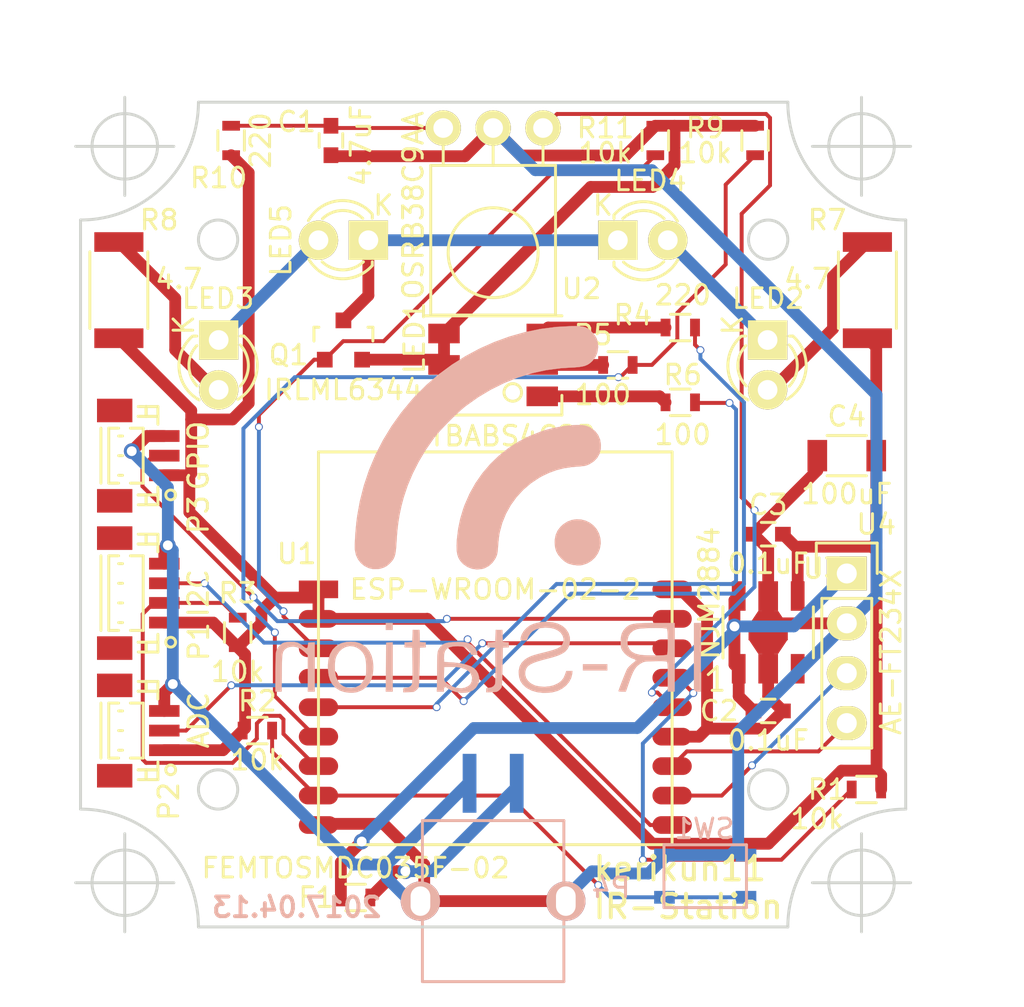
<source format=kicad_pcb>
(kicad_pcb (version 4) (host pcbnew 4.0.6)

  (general
    (links 74)
    (no_connects 0)
    (area 78.924999 78.924999 121.075001 121.075001)
    (thickness 0.6)
    (drawings 37)
    (tracks 303)
    (zones 0)
    (modules 32)
    (nets 27)
  )

  (page A4)
  (layers
    (0 F.Cu signal)
    (31 B.Cu signal)
    (32 B.Adhes user)
    (33 F.Adhes user)
    (34 B.Paste user)
    (35 F.Paste user)
    (36 B.SilkS user)
    (37 F.SilkS user)
    (38 B.Mask user)
    (39 F.Mask user)
    (40 Dwgs.User user)
    (41 Cmts.User user)
    (42 Eco1.User user)
    (43 Eco2.User user)
    (44 Edge.Cuts user)
    (45 Margin user)
    (46 B.CrtYd user)
    (47 F.CrtYd user)
    (48 B.Fab user)
    (49 F.Fab user)
  )

  (setup
    (last_trace_width 0.2)
    (trace_clearance 0.2)
    (zone_clearance 0.2)
    (zone_45_only yes)
    (trace_min 0.2)
    (segment_width 0.2)
    (edge_width 0.15)
    (via_size 0.4)
    (via_drill 0.3)
    (via_min_size 0.4)
    (via_min_drill 0.3)
    (user_via 5 2.1)
    (uvia_size 0.5)
    (uvia_drill 0.3)
    (uvias_allowed no)
    (uvia_min_size 0.2)
    (uvia_min_drill 0.1)
    (pcb_text_width 0.3)
    (pcb_text_size 1.5 1.5)
    (mod_edge_width 0.15)
    (mod_text_size 1 1)
    (mod_text_width 0.15)
    (pad_size 1.524 1.524)
    (pad_drill 0.762)
    (pad_to_mask_clearance 0.2)
    (aux_axis_origin 81.25 118.75)
    (grid_origin 100 100)
    (visible_elements 7FFFFFFF)
    (pcbplotparams
      (layerselection 0x010f0_80000001)
      (usegerberextensions true)
      (excludeedgelayer true)
      (linewidth 0.100000)
      (plotframeref false)
      (viasonmask false)
      (mode 1)
      (useauxorigin false)
      (hpglpennumber 1)
      (hpglpenspeed 20)
      (hpglpendiameter 15)
      (hpglpenoverlay 2)
      (psnegative false)
      (psa4output false)
      (plotreference true)
      (plotvalue true)
      (plotinvisibletext false)
      (padsonsilk false)
      (subtractmaskfromsilk true)
      (outputformat 1)
      (mirror false)
      (drillshape 0)
      (scaleselection 1)
      (outputdirectory garbar))
  )

  (net 0 "")
  (net 1 +3V3)
  (net 2 GND)
  (net 3 +5V)
  (net 4 "Net-(LED1-Pad1)")
  (net 5 "Net-(LED1-Pad2)")
  (net 6 "Net-(LED2-Pad1)")
  (net 7 "Net-(LED2-Pad2)")
  (net 8 "Net-(LED3-Pad1)")
  (net 9 IR_OUT)
  (net 10 RESET)
  (net 11 BUTTON)
  (net 12 LED_R)
  (net 13 LED_G)
  (net 14 LED_B)
  (net 15 RXD)
  (net 16 TXD)
  (net 17 IR_IN)
  (net 18 SDA)
  (net 19 SCL)
  (net 20 ADC)
  (net 21 GPIO16)
  (net 22 /vbus)
  (net 23 "Net-(LED1-Pad3)")
  (net 24 "Net-(LED3-Pad2)")
  (net 25 "Net-(LED4-Pad1)")
  (net 26 "Net-(C1-Pad1)")

  (net_class Default "これは標準のネット クラスです。"
    (clearance 0.2)
    (trace_width 0.2)
    (via_dia 0.4)
    (via_drill 0.3)
    (uvia_dia 0.5)
    (uvia_drill 0.3)
    (add_net ADC)
    (add_net BUTTON)
    (add_net GPIO16)
    (add_net IR_IN)
    (add_net IR_OUT)
    (add_net LED_B)
    (add_net LED_G)
    (add_net LED_R)
    (add_net "Net-(C1-Pad1)")
    (add_net RESET)
    (add_net RXD)
    (add_net SCL)
    (add_net SDA)
    (add_net TXD)
  )

  (net_class Power ""
    (clearance 0.2)
    (trace_width 0.6)
    (via_dia 0.8)
    (via_drill 0.5)
    (uvia_dia 0.5)
    (uvia_drill 0.3)
    (add_net +3V3)
    (add_net +5V)
    (add_net /vbus)
    (add_net GND)
    (add_net "Net-(LED1-Pad1)")
    (add_net "Net-(LED1-Pad2)")
    (add_net "Net-(LED1-Pad3)")
    (add_net "Net-(LED2-Pad1)")
    (add_net "Net-(LED2-Pad2)")
    (add_net "Net-(LED3-Pad1)")
    (add_net "Net-(LED3-Pad2)")
    (add_net "Net-(LED4-Pad1)")
  )

  (module LEDs:LED-3MM (layer F.Cu) (tedit 58EED65D) (tstamp 576CC8F2)
    (at 113.97 91.11 270)
    (descr "LED 3mm round vertical")
    (tags "LED  3mm round vertical")
    (path /57669630)
    (fp_text reference LED2 (at -2.11 -0.03 360) (layer F.SilkS)
      (effects (font (size 1 1) (thickness 0.15)))
    )
    (fp_text value IR_LED (at 0 0 270) (layer F.Fab)
      (effects (font (size 1 1) (thickness 0.15)))
    )
    (fp_line (start -1.2 2.3) (end 3.8 2.3) (layer F.CrtYd) (width 0.05))
    (fp_line (start 3.8 2.3) (end 3.8 -2.2) (layer F.CrtYd) (width 0.05))
    (fp_line (start 3.8 -2.2) (end -1.2 -2.2) (layer F.CrtYd) (width 0.05))
    (fp_line (start -1.2 -2.2) (end -1.2 2.3) (layer F.CrtYd) (width 0.05))
    (fp_line (start -0.199 1.314) (end -0.199 1.114) (layer F.SilkS) (width 0.15))
    (fp_line (start -0.199 -1.28) (end -0.199 -1.1) (layer F.SilkS) (width 0.15))
    (fp_arc (start 1.301 0.034) (end -0.199 -1.286) (angle 108.5) (layer F.SilkS) (width 0.15))
    (fp_arc (start 1.301 0.034) (end 0.25 -1.1) (angle 85.7) (layer F.SilkS) (width 0.15))
    (fp_arc (start 1.311 0.034) (end 3.051 0.994) (angle 110) (layer F.SilkS) (width 0.15))
    (fp_arc (start 1.301 0.034) (end 2.335 1.094) (angle 87.5) (layer F.SilkS) (width 0.15))
    (fp_text user K (at -0.762 1.778 270) (layer F.SilkS)
      (effects (font (size 1 1) (thickness 0.15)))
    )
    (pad 1 thru_hole rect (at 0 0) (size 2 2) (drill 1.00076) (layers *.Cu *.Mask F.SilkS)
      (net 6 "Net-(LED2-Pad1)"))
    (pad 2 thru_hole circle (at 2.54 0 270) (size 2 2) (drill 1.00076) (layers *.Cu *.Mask F.SilkS)
      (net 7 "Net-(LED2-Pad2)"))
    (model LEDs.3dshapes/LED-3MM.wrl
      (at (xyz 0.05 0 0))
      (scale (xyz 1 1 1))
      (rotate (xyz 0 0 90))
    )
  )

  (module LEDs:LED-3MM (layer F.Cu) (tedit 58EED657) (tstamp 576CC8F8)
    (at 86.03 91.11 270)
    (descr "LED 3mm round vertical")
    (tags "LED  3mm round vertical")
    (path /5766A8D8)
    (fp_text reference LED3 (at -2.11 0.03 360) (layer F.SilkS)
      (effects (font (size 1 1) (thickness 0.15)))
    )
    (fp_text value IR_LED (at 1.27 0 450) (layer F.Fab)
      (effects (font (size 1 1) (thickness 0.15)))
    )
    (fp_line (start -1.2 2.3) (end 3.8 2.3) (layer F.CrtYd) (width 0.05))
    (fp_line (start 3.8 2.3) (end 3.8 -2.2) (layer F.CrtYd) (width 0.05))
    (fp_line (start 3.8 -2.2) (end -1.2 -2.2) (layer F.CrtYd) (width 0.05))
    (fp_line (start -1.2 -2.2) (end -1.2 2.3) (layer F.CrtYd) (width 0.05))
    (fp_line (start -0.199 1.314) (end -0.199 1.114) (layer F.SilkS) (width 0.15))
    (fp_line (start -0.199 -1.28) (end -0.199 -1.1) (layer F.SilkS) (width 0.15))
    (fp_arc (start 1.301 0.034) (end -0.199 -1.286) (angle 108.5) (layer F.SilkS) (width 0.15))
    (fp_arc (start 1.301 0.034) (end 0.25 -1.1) (angle 85.7) (layer F.SilkS) (width 0.15))
    (fp_arc (start 1.311 0.034) (end 3.051 0.994) (angle 110) (layer F.SilkS) (width 0.15))
    (fp_arc (start 1.301 0.034) (end 2.335 1.094) (angle 87.5) (layer F.SilkS) (width 0.15))
    (fp_text user K (at -0.762 1.778 270) (layer F.SilkS)
      (effects (font (size 1 1) (thickness 0.15)))
    )
    (pad 1 thru_hole rect (at 0 0) (size 2 2) (drill 1.00076) (layers *.Cu *.Mask F.SilkS)
      (net 8 "Net-(LED3-Pad1)"))
    (pad 2 thru_hole circle (at 2.54 0 270) (size 2 2) (drill 1.00076) (layers *.Cu *.Mask F.SilkS)
      (net 24 "Net-(LED3-Pad2)"))
    (model LEDs.3dshapes/LED-3MM.wrl
      (at (xyz 0.05 0 0))
      (scale (xyz 1 1 1))
      (rotate (xyz 0 0 90))
    )
  )

  (module LEDs:LED-3MM (layer F.Cu) (tedit 58EED66A) (tstamp 576CC8FE)
    (at 106.35 86.03)
    (descr "LED 3mm round vertical")
    (tags "LED  3mm round vertical")
    (path /5766A81B)
    (fp_text reference LED4 (at 1.65 -3.03) (layer F.SilkS)
      (effects (font (size 1 1) (thickness 0.15)))
    )
    (fp_text value IR_LED (at 0 0 180) (layer F.Fab)
      (effects (font (size 1 1) (thickness 0.15)))
    )
    (fp_line (start -1.2 2.3) (end 3.8 2.3) (layer F.CrtYd) (width 0.05))
    (fp_line (start 3.8 2.3) (end 3.8 -2.2) (layer F.CrtYd) (width 0.05))
    (fp_line (start 3.8 -2.2) (end -1.2 -2.2) (layer F.CrtYd) (width 0.05))
    (fp_line (start -1.2 -2.2) (end -1.2 2.3) (layer F.CrtYd) (width 0.05))
    (fp_line (start -0.199 1.314) (end -0.199 1.114) (layer F.SilkS) (width 0.15))
    (fp_line (start -0.199 -1.28) (end -0.199 -1.1) (layer F.SilkS) (width 0.15))
    (fp_arc (start 1.301 0.034) (end -0.199 -1.286) (angle 108.5) (layer F.SilkS) (width 0.15))
    (fp_arc (start 1.301 0.034) (end 0.25 -1.1) (angle 85.7) (layer F.SilkS) (width 0.15))
    (fp_arc (start 1.311 0.034) (end 3.051 0.994) (angle 110) (layer F.SilkS) (width 0.15))
    (fp_arc (start 1.301 0.034) (end 2.335 1.094) (angle 87.5) (layer F.SilkS) (width 0.15))
    (fp_text user K (at -0.762 -1.778) (layer F.SilkS)
      (effects (font (size 1 1) (thickness 0.15)))
    )
    (pad 1 thru_hole rect (at 0 0 90) (size 2 2) (drill 1.00076) (layers *.Cu *.Mask F.SilkS)
      (net 25 "Net-(LED4-Pad1)"))
    (pad 2 thru_hole circle (at 2.54 0) (size 2 2) (drill 1.00076) (layers *.Cu *.Mask F.SilkS)
      (net 6 "Net-(LED2-Pad1)"))
    (model LEDs.3dshapes/LED-3MM.wrl
      (at (xyz 0.05 0 0))
      (scale (xyz 1 1 1))
      (rotate (xyz 0 0 90))
    )
  )

  (module LEDs:LED-3MM (layer F.Cu) (tedit 58EED67C) (tstamp 576CC904)
    (at 93.65 86.03 180)
    (descr "LED 3mm round vertical")
    (tags "LED  3mm round vertical")
    (path /5766A87E)
    (fp_text reference LED5 (at 4.445 0 450) (layer F.SilkS)
      (effects (font (size 1 1) (thickness 0.15)))
    )
    (fp_text value IR_LED (at 0 0 180) (layer F.Fab)
      (effects (font (size 1 1) (thickness 0.15)))
    )
    (fp_line (start -1.2 2.3) (end 3.8 2.3) (layer F.CrtYd) (width 0.05))
    (fp_line (start 3.8 2.3) (end 3.8 -2.2) (layer F.CrtYd) (width 0.05))
    (fp_line (start 3.8 -2.2) (end -1.2 -2.2) (layer F.CrtYd) (width 0.05))
    (fp_line (start -1.2 -2.2) (end -1.2 2.3) (layer F.CrtYd) (width 0.05))
    (fp_line (start -0.199 1.314) (end -0.199 1.114) (layer F.SilkS) (width 0.15))
    (fp_line (start -0.199 -1.28) (end -0.199 -1.1) (layer F.SilkS) (width 0.15))
    (fp_arc (start 1.301 0.034) (end -0.199 -1.286) (angle 108.5) (layer F.SilkS) (width 0.15))
    (fp_arc (start 1.301 0.034) (end 0.25 -1.1) (angle 85.7) (layer F.SilkS) (width 0.15))
    (fp_arc (start 1.311 0.034) (end 3.051 0.994) (angle 110) (layer F.SilkS) (width 0.15))
    (fp_arc (start 1.301 0.034) (end 2.335 1.094) (angle 87.5) (layer F.SilkS) (width 0.15))
    (fp_text user K (at -0.762 1.778 180) (layer F.SilkS)
      (effects (font (size 1 1) (thickness 0.15)))
    )
    (pad 1 thru_hole rect (at 0 0 270) (size 2 2) (drill 1.00076) (layers *.Cu *.Mask F.SilkS)
      (net 25 "Net-(LED4-Pad1)"))
    (pad 2 thru_hole circle (at 2.54 0 180) (size 2 2) (drill 1.00076) (layers *.Cu *.Mask F.SilkS)
      (net 8 "Net-(LED3-Pad1)"))
    (model LEDs.3dshapes/LED-3MM.wrl
      (at (xyz 0.05 0 0))
      (scale (xyz 1 1 1))
      (rotate (xyz 0 0 90))
    )
  )

  (module TO_SOT_Packages_SMD:SOT-23 (layer F.Cu) (tedit 58EDAF3B) (tstamp 576CC922)
    (at 92.38 91.11)
    (descr "SOT-23, Standard")
    (tags SOT-23)
    (path /5766A6CC)
    (attr smd)
    (fp_text reference Q1 (at -2.794 0.762) (layer F.SilkS)
      (effects (font (size 1 1) (thickness 0.15)))
    )
    (fp_text value IRLML6344 (at 0 2.54) (layer F.SilkS)
      (effects (font (size 1 1) (thickness 0.15)))
    )
    (fp_line (start -1.65 -1.6) (end 1.65 -1.6) (layer F.CrtYd) (width 0.05))
    (fp_line (start 1.65 -1.6) (end 1.65 1.6) (layer F.CrtYd) (width 0.05))
    (fp_line (start 1.65 1.6) (end -1.65 1.6) (layer F.CrtYd) (width 0.05))
    (fp_line (start -1.65 1.6) (end -1.65 -1.6) (layer F.CrtYd) (width 0.05))
    (fp_line (start 1.29916 -0.65024) (end 1.2509 -0.65024) (layer F.SilkS) (width 0.15))
    (fp_line (start -1.49982 0.0508) (end -1.49982 -0.65024) (layer F.SilkS) (width 0.15))
    (fp_line (start -1.49982 -0.65024) (end -1.2509 -0.65024) (layer F.SilkS) (width 0.15))
    (fp_line (start 1.29916 -0.65024) (end 1.49982 -0.65024) (layer F.SilkS) (width 0.15))
    (fp_line (start 1.49982 -0.65024) (end 1.49982 0.0508) (layer F.SilkS) (width 0.15))
    (pad 1 smd rect (at -0.95 1.00076) (size 0.8001 0.8001) (layers F.Cu F.Paste F.Mask)
      (net 9 IR_OUT))
    (pad 2 smd rect (at 0.95 1.00076) (size 0.8001 0.8001) (layers F.Cu F.Paste F.Mask)
      (net 2 GND))
    (pad 3 smd rect (at 0 -0.99822) (size 0.8001 0.8001) (layers F.Cu F.Paste F.Mask)
      (net 25 "Net-(LED4-Pad1)"))
    (model TO_SOT_Packages_SMD.3dshapes/SOT-23.wrl
      (at (xyz 0 0 0))
      (scale (xyz 1 1 1))
      (rotate (xyz 0 0 0))
    )
  )

  (module Capacitors_SMD:C_0603 (layer F.Cu) (tedit 58EED674) (tstamp 57AD6975)
    (at 91.745 80.95 270)
    (descr "Capacitor SMD 0603, reflow soldering, AVX (see smccp.pdf)")
    (tags "capacitor 0603")
    (path /5763D1FD)
    (attr smd)
    (fp_text reference C1 (at -0.95 1.745 540) (layer F.SilkS)
      (effects (font (size 1 1) (thickness 0.15)))
    )
    (fp_text value 4.7uF (at 0.254 -1.524 270) (layer F.SilkS)
      (effects (font (size 1 1) (thickness 0.15)))
    )
    (fp_line (start -1.45 -0.75) (end 1.45 -0.75) (layer F.CrtYd) (width 0.05))
    (fp_line (start -1.45 0.75) (end 1.45 0.75) (layer F.CrtYd) (width 0.05))
    (fp_line (start -1.45 -0.75) (end -1.45 0.75) (layer F.CrtYd) (width 0.05))
    (fp_line (start 1.45 -0.75) (end 1.45 0.75) (layer F.CrtYd) (width 0.05))
    (fp_line (start -0.35 -0.6) (end 0.35 -0.6) (layer F.SilkS) (width 0.15))
    (fp_line (start 0.35 0.6) (end -0.35 0.6) (layer F.SilkS) (width 0.15))
    (pad 1 smd rect (at -0.75 0 270) (size 0.8 0.75) (layers F.Cu F.Paste F.Mask)
      (net 26 "Net-(C1-Pad1)"))
    (pad 2 smd rect (at 0.75 0 270) (size 0.8 0.75) (layers F.Cu F.Paste F.Mask)
      (net 2 GND))
    (model Capacitors_SMD.3dshapes/C_0603.wrl
      (at (xyz 0 0 0))
      (scale (xyz 1 1 1))
      (rotate (xyz 0 0 0))
    )
  )

  (module Capacitors_SMD:C_0603 (layer F.Cu) (tedit 58EDAE46) (tstamp 57AD697A)
    (at 114 110)
    (descr "Capacitor SMD 0603, reflow soldering, AVX (see smccp.pdf)")
    (tags "capacitor 0603")
    (path /576665FE)
    (attr smd)
    (fp_text reference C2 (at -2.5 0 180) (layer F.SilkS)
      (effects (font (size 1 1) (thickness 0.15)))
    )
    (fp_text value 0.1uF (at 0 1.5) (layer F.SilkS)
      (effects (font (size 1 1) (thickness 0.15)))
    )
    (fp_line (start -1.45 -0.75) (end 1.45 -0.75) (layer F.CrtYd) (width 0.05))
    (fp_line (start -1.45 0.75) (end 1.45 0.75) (layer F.CrtYd) (width 0.05))
    (fp_line (start -1.45 -0.75) (end -1.45 0.75) (layer F.CrtYd) (width 0.05))
    (fp_line (start 1.45 -0.75) (end 1.45 0.75) (layer F.CrtYd) (width 0.05))
    (fp_line (start -0.35 -0.6) (end 0.35 -0.6) (layer F.SilkS) (width 0.15))
    (fp_line (start 0.35 0.6) (end -0.35 0.6) (layer F.SilkS) (width 0.15))
    (pad 1 smd rect (at -0.75 0) (size 0.8 0.75) (layers F.Cu F.Paste F.Mask)
      (net 3 +5V))
    (pad 2 smd rect (at 0.75 0) (size 0.8 0.75) (layers F.Cu F.Paste F.Mask)
      (net 2 GND))
    (model Capacitors_SMD.3dshapes/C_0603.wrl
      (at (xyz 0 0 0))
      (scale (xyz 1 1 1))
      (rotate (xyz 0 0 0))
    )
  )

  (module Capacitors_SMD:C_0603 (layer F.Cu) (tedit 58EDAE67) (tstamp 57AD697F)
    (at 114 101 180)
    (descr "Capacitor SMD 0603, reflow soldering, AVX (see smccp.pdf)")
    (tags "capacitor 0603")
    (path /57666A1A)
    (attr smd)
    (fp_text reference C3 (at 0 1.5 360) (layer F.SilkS)
      (effects (font (size 1 1) (thickness 0.15)))
    )
    (fp_text value 0.1uF (at 0 -1.5 360) (layer F.SilkS)
      (effects (font (size 1 1) (thickness 0.15)))
    )
    (fp_line (start -1.45 -0.75) (end 1.45 -0.75) (layer F.CrtYd) (width 0.05))
    (fp_line (start -1.45 0.75) (end 1.45 0.75) (layer F.CrtYd) (width 0.05))
    (fp_line (start -1.45 -0.75) (end -1.45 0.75) (layer F.CrtYd) (width 0.05))
    (fp_line (start 1.45 -0.75) (end 1.45 0.75) (layer F.CrtYd) (width 0.05))
    (fp_line (start -0.35 -0.6) (end 0.35 -0.6) (layer F.SilkS) (width 0.15))
    (fp_line (start 0.35 0.6) (end -0.35 0.6) (layer F.SilkS) (width 0.15))
    (pad 1 smd rect (at -0.75 0 180) (size 0.8 0.75) (layers F.Cu F.Paste F.Mask)
      (net 1 +3V3))
    (pad 2 smd rect (at 0.75 0 180) (size 0.8 0.75) (layers F.Cu F.Paste F.Mask)
      (net 2 GND))
    (model Capacitors_SMD.3dshapes/C_0603.wrl
      (at (xyz 0 0 0))
      (scale (xyz 1 1 1))
      (rotate (xyz 0 0 0))
    )
  )

  (module Capacitors_SMD:C_1206 (layer F.Cu) (tedit 58EDADF9) (tstamp 57AD6984)
    (at 118 97 180)
    (descr "Capacitor SMD 1206, reflow soldering, AVX (see smccp.pdf)")
    (tags "capacitor 1206")
    (path /57666895)
    (attr smd)
    (fp_text reference C4 (at 0 2 360) (layer F.SilkS)
      (effects (font (size 1 1) (thickness 0.15)))
    )
    (fp_text value 100uF (at 0 -1.95 180) (layer F.SilkS)
      (effects (font (size 1 1) (thickness 0.15)))
    )
    (fp_line (start -2.3 -1.15) (end 2.3 -1.15) (layer F.CrtYd) (width 0.05))
    (fp_line (start -2.3 1.15) (end 2.3 1.15) (layer F.CrtYd) (width 0.05))
    (fp_line (start -2.3 -1.15) (end -2.3 1.15) (layer F.CrtYd) (width 0.05))
    (fp_line (start 2.3 -1.15) (end 2.3 1.15) (layer F.CrtYd) (width 0.05))
    (fp_line (start 1 -1.025) (end -1 -1.025) (layer F.SilkS) (width 0.15))
    (fp_line (start -1 1.025) (end 1 1.025) (layer F.SilkS) (width 0.15))
    (pad 1 smd rect (at -1.5 0 180) (size 1 1.6) (layers F.Cu F.Paste F.Mask)
      (net 1 +3V3))
    (pad 2 smd rect (at 1.5 0 180) (size 1 1.6) (layers F.Cu F.Paste F.Mask)
      (net 2 GND))
    (model Capacitors_SMD.3dshapes/C_1206.wrl
      (at (xyz 0 0 0))
      (scale (xyz 1 1 1))
      (rotate (xyz 0 0 0))
    )
  )

  (module Resistors_SMD:R_0603 (layer F.Cu) (tedit 58EDA9B6) (tstamp 57AD69BE)
    (at 119 114 180)
    (descr "Resistor SMD 0603, reflow soldering, Vishay (see dcrcw.pdf)")
    (tags "resistor 0603")
    (path /57A75DCF)
    (attr smd)
    (fp_text reference R1 (at 2 0 360) (layer F.SilkS)
      (effects (font (size 1 1) (thickness 0.15)))
    )
    (fp_text value 10k (at 2.5 -1.5 180) (layer F.SilkS)
      (effects (font (size 1 1) (thickness 0.15)))
    )
    (fp_line (start -1.3 -0.8) (end 1.3 -0.8) (layer F.CrtYd) (width 0.05))
    (fp_line (start -1.3 0.8) (end 1.3 0.8) (layer F.CrtYd) (width 0.05))
    (fp_line (start -1.3 -0.8) (end -1.3 0.8) (layer F.CrtYd) (width 0.05))
    (fp_line (start 1.3 -0.8) (end 1.3 0.8) (layer F.CrtYd) (width 0.05))
    (fp_line (start 0.5 0.675) (end -0.5 0.675) (layer F.SilkS) (width 0.15))
    (fp_line (start -0.5 -0.675) (end 0.5 -0.675) (layer F.SilkS) (width 0.15))
    (pad 1 smd rect (at -0.75 0 180) (size 0.5 0.9) (layers F.Cu F.Paste F.Mask)
      (net 1 +3V3))
    (pad 2 smd rect (at 0.75 0 180) (size 0.5 0.9) (layers F.Cu F.Paste F.Mask)
      (net 10 RESET))
    (model Resistors_SMD.3dshapes/R_0603.wrl
      (at (xyz 0 0 0))
      (scale (xyz 1 1 1))
      (rotate (xyz 0 0 0))
    )
  )

  (module Resistors_SMD:R_0603 (layer F.Cu) (tedit 58EDAE85) (tstamp 57AD69C4)
    (at 88 111)
    (descr "Resistor SMD 0603, reflow soldering, Vishay (see dcrcw.pdf)")
    (tags "resistor 0603")
    (path /57A74EFC)
    (attr smd)
    (fp_text reference R2 (at 0 -1.5 180) (layer F.SilkS)
      (effects (font (size 1 1) (thickness 0.15)))
    )
    (fp_text value 10k (at 0 1.5) (layer F.SilkS)
      (effects (font (size 1 1) (thickness 0.15)))
    )
    (fp_line (start -1.3 -0.8) (end 1.3 -0.8) (layer F.CrtYd) (width 0.05))
    (fp_line (start -1.3 0.8) (end 1.3 0.8) (layer F.CrtYd) (width 0.05))
    (fp_line (start -1.3 -0.8) (end -1.3 0.8) (layer F.CrtYd) (width 0.05))
    (fp_line (start 1.3 -0.8) (end 1.3 0.8) (layer F.CrtYd) (width 0.05))
    (fp_line (start 0.5 0.675) (end -0.5 0.675) (layer F.SilkS) (width 0.15))
    (fp_line (start -0.5 -0.675) (end 0.5 -0.675) (layer F.SilkS) (width 0.15))
    (pad 1 smd rect (at -0.75 0) (size 0.5 0.9) (layers F.Cu F.Paste F.Mask)
      (net 1 +3V3))
    (pad 2 smd rect (at 0.75 0) (size 0.5 0.9) (layers F.Cu F.Paste F.Mask)
      (net 11 BUTTON))
    (model Resistors_SMD.3dshapes/R_0603.wrl
      (at (xyz 0 0 0))
      (scale (xyz 1 1 1))
      (rotate (xyz 0 0 0))
    )
  )

  (module Resistors_SMD:R_0603 (layer F.Cu) (tedit 58EDAEA7) (tstamp 57AD69CA)
    (at 87 106 90)
    (descr "Resistor SMD 0603, reflow soldering, Vishay (see dcrcw.pdf)")
    (tags "resistor 0603")
    (path /57A74F8E)
    (attr smd)
    (fp_text reference R3 (at 2 0 360) (layer F.SilkS)
      (effects (font (size 1 1) (thickness 0.15)))
    )
    (fp_text value 10k (at -2 0 180) (layer F.SilkS)
      (effects (font (size 1 1) (thickness 0.15)))
    )
    (fp_line (start -1.3 -0.8) (end 1.3 -0.8) (layer F.CrtYd) (width 0.05))
    (fp_line (start -1.3 0.8) (end 1.3 0.8) (layer F.CrtYd) (width 0.05))
    (fp_line (start -1.3 -0.8) (end -1.3 0.8) (layer F.CrtYd) (width 0.05))
    (fp_line (start 1.3 -0.8) (end 1.3 0.8) (layer F.CrtYd) (width 0.05))
    (fp_line (start 0.5 0.675) (end -0.5 0.675) (layer F.SilkS) (width 0.15))
    (fp_line (start -0.5 -0.675) (end 0.5 -0.675) (layer F.SilkS) (width 0.15))
    (pad 1 smd rect (at -0.75 0 90) (size 0.5 0.9) (layers F.Cu F.Paste F.Mask)
      (net 1 +3V3))
    (pad 2 smd rect (at 0.75 0 90) (size 0.5 0.9) (layers F.Cu F.Paste F.Mask)
      (net 18 SDA))
    (model Resistors_SMD.3dshapes/R_0603.wrl
      (at (xyz 0 0 0))
      (scale (xyz 1 1 1))
      (rotate (xyz 0 0 0))
    )
  )

  (module Resistors_SMD:R_0603 (layer F.Cu) (tedit 58EDA75B) (tstamp 57AD69CB)
    (at 109.525 90.475 180)
    (descr "Resistor SMD 0603, reflow soldering, Vishay (see dcrcw.pdf)")
    (tags "resistor 0603")
    (path /576972E5)
    (attr smd)
    (fp_text reference R4 (at 2.413 0.635 360) (layer F.SilkS)
      (effects (font (size 1 1) (thickness 0.15)))
    )
    (fp_text value 220 (at -0.127 1.651 180) (layer F.SilkS)
      (effects (font (size 1 1) (thickness 0.15)))
    )
    (fp_line (start -1.3 -0.8) (end 1.3 -0.8) (layer F.CrtYd) (width 0.05))
    (fp_line (start -1.3 0.8) (end 1.3 0.8) (layer F.CrtYd) (width 0.05))
    (fp_line (start -1.3 -0.8) (end -1.3 0.8) (layer F.CrtYd) (width 0.05))
    (fp_line (start 1.3 -0.8) (end 1.3 0.8) (layer F.CrtYd) (width 0.05))
    (fp_line (start 0.5 0.675) (end -0.5 0.675) (layer F.SilkS) (width 0.15))
    (fp_line (start -0.5 -0.675) (end 0.5 -0.675) (layer F.SilkS) (width 0.15))
    (pad 1 smd rect (at -0.75 0 180) (size 0.5 0.9) (layers F.Cu F.Paste F.Mask)
      (net 12 LED_R))
    (pad 2 smd rect (at 0.75 0 180) (size 0.5 0.9) (layers F.Cu F.Paste F.Mask)
      (net 23 "Net-(LED1-Pad3)"))
    (model Resistors_SMD.3dshapes/R_0603.wrl
      (at (xyz 0 0 0))
      (scale (xyz 1 1 1))
      (rotate (xyz 0 0 0))
    )
  )

  (module Resistors_SMD:R_0603 (layer F.Cu) (tedit 58EDA749) (tstamp 57AD69D0)
    (at 106.35 92.38 180)
    (descr "Resistor SMD 0603, reflow soldering, Vishay (see dcrcw.pdf)")
    (tags "resistor 0603")
    (path /5769741D)
    (attr smd)
    (fp_text reference R5 (at 1.27 1.524 360) (layer F.SilkS)
      (effects (font (size 1 1) (thickness 0.15)))
    )
    (fp_text value 100 (at 0.762 -1.524 180) (layer F.SilkS)
      (effects (font (size 1 1) (thickness 0.15)))
    )
    (fp_line (start -1.3 -0.8) (end 1.3 -0.8) (layer F.CrtYd) (width 0.05))
    (fp_line (start -1.3 0.8) (end 1.3 0.8) (layer F.CrtYd) (width 0.05))
    (fp_line (start -1.3 -0.8) (end -1.3 0.8) (layer F.CrtYd) (width 0.05))
    (fp_line (start 1.3 -0.8) (end 1.3 0.8) (layer F.CrtYd) (width 0.05))
    (fp_line (start 0.5 0.675) (end -0.5 0.675) (layer F.SilkS) (width 0.15))
    (fp_line (start -0.5 -0.675) (end 0.5 -0.675) (layer F.SilkS) (width 0.15))
    (pad 1 smd rect (at -0.75 0 180) (size 0.5 0.9) (layers F.Cu F.Paste F.Mask)
      (net 13 LED_G))
    (pad 2 smd rect (at 0.75 0 180) (size 0.5 0.9) (layers F.Cu F.Paste F.Mask)
      (net 5 "Net-(LED1-Pad2)"))
    (model Resistors_SMD.3dshapes/R_0603.wrl
      (at (xyz 0 0 0))
      (scale (xyz 1 1 1))
      (rotate (xyz 0 0 0))
    )
  )

  (module Resistors_SMD:R_0603 (layer F.Cu) (tedit 58EDA756) (tstamp 57AD69D5)
    (at 109.525 94.285 180)
    (descr "Resistor SMD 0603, reflow soldering, Vishay (see dcrcw.pdf)")
    (tags "resistor 0603")
    (path /57697217)
    (attr smd)
    (fp_text reference R6 (at -0.127 1.397 360) (layer F.SilkS)
      (effects (font (size 1 1) (thickness 0.15)))
    )
    (fp_text value 100 (at -0.127 -1.651 180) (layer F.SilkS)
      (effects (font (size 1 1) (thickness 0.15)))
    )
    (fp_line (start -1.3 -0.8) (end 1.3 -0.8) (layer F.CrtYd) (width 0.05))
    (fp_line (start -1.3 0.8) (end 1.3 0.8) (layer F.CrtYd) (width 0.05))
    (fp_line (start -1.3 -0.8) (end -1.3 0.8) (layer F.CrtYd) (width 0.05))
    (fp_line (start 1.3 -0.8) (end 1.3 0.8) (layer F.CrtYd) (width 0.05))
    (fp_line (start 0.5 0.675) (end -0.5 0.675) (layer F.SilkS) (width 0.15))
    (fp_line (start -0.5 -0.675) (end 0.5 -0.675) (layer F.SilkS) (width 0.15))
    (pad 1 smd rect (at -0.75 0 180) (size 0.5 0.9) (layers F.Cu F.Paste F.Mask)
      (net 14 LED_B))
    (pad 2 smd rect (at 0.75 0 180) (size 0.5 0.9) (layers F.Cu F.Paste F.Mask)
      (net 4 "Net-(LED1-Pad1)"))
    (model Resistors_SMD.3dshapes/R_0603.wrl
      (at (xyz 0 0 0))
      (scale (xyz 1 1 1))
      (rotate (xyz 0 0 0))
    )
  )

  (module Resistors_SMD:R_2010 (layer F.Cu) (tedit 58EDAA42) (tstamp 57AD69DA)
    (at 119.05 88.57 90)
    (descr "Resistor SMD 2010, reflow soldering, Vishay (see dcrcw.pdf)")
    (tags "resistor 2010")
    (path /5766A090)
    (attr smd)
    (fp_text reference R7 (at 3.57 -2.05 180) (layer F.SilkS)
      (effects (font (size 1 1) (thickness 0.15)))
    )
    (fp_text value 4.7 (at 0.57 -3.05 360) (layer F.SilkS)
      (effects (font (size 1 1) (thickness 0.15)))
    )
    (fp_line (start -3.25 -1.6) (end 3.25 -1.6) (layer F.CrtYd) (width 0.05))
    (fp_line (start -3.25 1.6) (end 3.25 1.6) (layer F.CrtYd) (width 0.05))
    (fp_line (start -3.25 -1.6) (end -3.25 1.6) (layer F.CrtYd) (width 0.05))
    (fp_line (start 3.25 -1.6) (end 3.25 1.6) (layer F.CrtYd) (width 0.05))
    (fp_line (start 1.95 1.475) (end -1.95 1.475) (layer F.SilkS) (width 0.15))
    (fp_line (start -1.95 -1.475) (end 1.95 -1.475) (layer F.SilkS) (width 0.15))
    (pad 1 smd rect (at -2.45 0 90) (size 1 2.5) (layers F.Cu F.Paste F.Mask)
      (net 1 +3V3))
    (pad 2 smd rect (at 2.45 0 90) (size 1 2.5) (layers F.Cu F.Paste F.Mask)
      (net 7 "Net-(LED2-Pad2)"))
    (model Resistors_SMD.3dshapes/R_2010.wrl
      (at (xyz 0 0 0))
      (scale (xyz 1 1 1))
      (rotate (xyz 0 0 0))
    )
  )

  (module Resistors_SMD:R_2010 (layer F.Cu) (tedit 58EDAA3C) (tstamp 57AD69DF)
    (at 80.95 88.57 90)
    (descr "Resistor SMD 2010, reflow soldering, Vishay (see dcrcw.pdf)")
    (tags "resistor 2010")
    (path /5766A11A)
    (attr smd)
    (fp_text reference R8 (at 3.57 2.05 180) (layer F.SilkS)
      (effects (font (size 1 1) (thickness 0.15)))
    )
    (fp_text value 4.7 (at 0.57 3.05 180) (layer F.SilkS)
      (effects (font (size 1 1) (thickness 0.15)))
    )
    (fp_line (start -3.25 -1.6) (end 3.25 -1.6) (layer F.CrtYd) (width 0.05))
    (fp_line (start -3.25 1.6) (end 3.25 1.6) (layer F.CrtYd) (width 0.05))
    (fp_line (start -3.25 -1.6) (end -3.25 1.6) (layer F.CrtYd) (width 0.05))
    (fp_line (start 3.25 -1.6) (end 3.25 1.6) (layer F.CrtYd) (width 0.05))
    (fp_line (start 1.95 1.475) (end -1.95 1.475) (layer F.SilkS) (width 0.15))
    (fp_line (start -1.95 -1.475) (end 1.95 -1.475) (layer F.SilkS) (width 0.15))
    (pad 1 smd rect (at -2.45 0 90) (size 1 2.5) (layers F.Cu F.Paste F.Mask)
      (net 1 +3V3))
    (pad 2 smd rect (at 2.45 0 90) (size 1 2.5) (layers F.Cu F.Paste F.Mask)
      (net 24 "Net-(LED3-Pad2)"))
    (model Resistors_SMD.3dshapes/R_2010.wrl
      (at (xyz 0 0 0))
      (scale (xyz 1 1 1))
      (rotate (xyz 0 0 0))
    )
  )

  (module Resistors_SMD:R_0603 (layer F.Cu) (tedit 58EDB02B) (tstamp 57AD69E4)
    (at 113.335 80.95 90)
    (descr "Resistor SMD 0603, reflow soldering, Vishay (see dcrcw.pdf)")
    (tags "resistor 0603")
    (path /576B08E1)
    (attr smd)
    (fp_text reference R9 (at 0.635 -2.54 360) (layer F.SilkS)
      (effects (font (size 1 1) (thickness 0.15)))
    )
    (fp_text value 10k (at -0.635 -2.54 180) (layer F.SilkS)
      (effects (font (size 1 1) (thickness 0.15)))
    )
    (fp_line (start -1.3 -0.8) (end 1.3 -0.8) (layer F.CrtYd) (width 0.05))
    (fp_line (start -1.3 0.8) (end 1.3 0.8) (layer F.CrtYd) (width 0.05))
    (fp_line (start -1.3 -0.8) (end -1.3 0.8) (layer F.CrtYd) (width 0.05))
    (fp_line (start 1.3 -0.8) (end 1.3 0.8) (layer F.CrtYd) (width 0.05))
    (fp_line (start 0.5 0.675) (end -0.5 0.675) (layer F.SilkS) (width 0.15))
    (fp_line (start -0.5 -0.675) (end 0.5 -0.675) (layer F.SilkS) (width 0.15))
    (pad 1 smd rect (at -0.75 0 90) (size 0.5 0.9) (layers F.Cu F.Paste F.Mask)
      (net 13 LED_G))
    (pad 2 smd rect (at 0.75 0 90) (size 0.5 0.9) (layers F.Cu F.Paste F.Mask)
      (net 2 GND))
    (model Resistors_SMD.3dshapes/R_0603.wrl
      (at (xyz 0 0 0))
      (scale (xyz 1 1 1))
      (rotate (xyz 0 0 0))
    )
  )

  (module Resistors_SMD:R_0603 (layer F.Cu) (tedit 58EDB033) (tstamp 57AD69E9)
    (at 86.665 80.95 90)
    (descr "Resistor SMD 0603, reflow soldering, Vishay (see dcrcw.pdf)")
    (tags "resistor 0603")
    (path /5763D00D)
    (attr smd)
    (fp_text reference R10 (at -1.905 -0.635 360) (layer F.SilkS)
      (effects (font (size 1 1) (thickness 0.15)))
    )
    (fp_text value 220 (at 0 1.5 270) (layer F.SilkS)
      (effects (font (size 1 1) (thickness 0.15)))
    )
    (fp_line (start -1.3 -0.8) (end 1.3 -0.8) (layer F.CrtYd) (width 0.05))
    (fp_line (start -1.3 0.8) (end 1.3 0.8) (layer F.CrtYd) (width 0.05))
    (fp_line (start -1.3 -0.8) (end -1.3 0.8) (layer F.CrtYd) (width 0.05))
    (fp_line (start 1.3 -0.8) (end 1.3 0.8) (layer F.CrtYd) (width 0.05))
    (fp_line (start 0.5 0.675) (end -0.5 0.675) (layer F.SilkS) (width 0.15))
    (fp_line (start -0.5 -0.675) (end 0.5 -0.675) (layer F.SilkS) (width 0.15))
    (pad 1 smd rect (at -0.75 0 90) (size 0.5 0.9) (layers F.Cu F.Paste F.Mask)
      (net 1 +3V3))
    (pad 2 smd rect (at 0.75 0 90) (size 0.5 0.9) (layers F.Cu F.Paste F.Mask)
      (net 26 "Net-(C1-Pad1)"))
    (model Resistors_SMD.3dshapes/R_0603.wrl
      (at (xyz 0 0 0))
      (scale (xyz 1 1 1))
      (rotate (xyz 0 0 0))
    )
  )

  (module Resistors_SMD:R_0603 (layer F.Cu) (tedit 58EDAF7D) (tstamp 57AD69EE)
    (at 108.255 80.95 90)
    (descr "Resistor SMD 0603, reflow soldering, Vishay (see dcrcw.pdf)")
    (tags "resistor 0603")
    (path /57981E51)
    (attr smd)
    (fp_text reference R11 (at 0.635 -2.54 180) (layer F.SilkS)
      (effects (font (size 1 1) (thickness 0.15)))
    )
    (fp_text value 10k (at -0.635 -2.54 180) (layer F.SilkS)
      (effects (font (size 1 1) (thickness 0.15)))
    )
    (fp_line (start -1.3 -0.8) (end 1.3 -0.8) (layer F.CrtYd) (width 0.05))
    (fp_line (start -1.3 0.8) (end 1.3 0.8) (layer F.CrtYd) (width 0.05))
    (fp_line (start -1.3 -0.8) (end -1.3 0.8) (layer F.CrtYd) (width 0.05))
    (fp_line (start 1.3 -0.8) (end 1.3 0.8) (layer F.CrtYd) (width 0.05))
    (fp_line (start 0.5 0.675) (end -0.5 0.675) (layer F.SilkS) (width 0.15))
    (fp_line (start -0.5 -0.675) (end 0.5 -0.675) (layer F.SilkS) (width 0.15))
    (pad 1 smd rect (at -0.75 0 90) (size 0.5 0.9) (layers F.Cu F.Paste F.Mask)
      (net 9 IR_OUT))
    (pad 2 smd rect (at 0.75 0 90) (size 0.5 0.9) (layers F.Cu F.Paste F.Mask)
      (net 2 GND))
    (model Resistors_SMD.3dshapes/R_0603.wrl
      (at (xyz 0 0 0))
      (scale (xyz 1 1 1))
      (rotate (xyz 0 0 0))
    )
  )

  (module Connectors_JST:JST_SH_BM04B-SRSS-TB_04x1.00mm_Straight (layer F.Cu) (tedit 58EDB685) (tstamp 57DBE91D)
    (at 82 104 90)
    (descr http://www.jst-mfg.com/product/pdf/eng/eSH.pdf)
    (tags "connector jst sh")
    (path /57BD759C)
    (attr smd)
    (fp_text reference P1 (at -2.47 3.015 90) (layer F.SilkS)
      (effects (font (size 1 1) (thickness 0.15)))
    )
    (fp_text value I2C (at 0 3 90) (layer F.SilkS)
      (effects (font (size 1 1) (thickness 0.15)))
    )
    (fp_circle (center -2.5 1.5875) (end -2.25 1.5875) (layer F.SilkS) (width 0.15))
    (fp_line (start -1.9 -1.9625) (end 1.9 -1.9625) (layer F.SilkS) (width 0.15))
    (fp_line (start -3 -0.0625) (end -3 0.9375) (layer F.SilkS) (width 0.15))
    (fp_line (start -3 0.9375) (end -2.1 0.9375) (layer F.SilkS) (width 0.15))
    (fp_line (start -2.5 0.9375) (end -2.5 -0.0625) (layer F.SilkS) (width 0.15))
    (fp_line (start -2.5 -0.0625) (end -2.5 -0.0625) (layer F.SilkS) (width 0.15))
    (fp_line (start -2.5 -0.0625) (end -2.5 0.9375) (layer F.SilkS) (width 0.15))
    (fp_line (start -2.5 0.9375) (end -2.5 0.9375) (layer F.SilkS) (width 0.15))
    (fp_line (start -2.5 0.3375) (end -2.5 0.3375) (layer F.SilkS) (width 0.15))
    (fp_line (start -2.5 0.3375) (end -3 0.3375) (layer F.SilkS) (width 0.15))
    (fp_line (start -3 0.3375) (end -3 0.3375) (layer F.SilkS) (width 0.15))
    (fp_line (start -3 0.3375) (end -2.5 0.3375) (layer F.SilkS) (width 0.15))
    (fp_line (start 3 -0.0625) (end 3 0.9375) (layer F.SilkS) (width 0.15))
    (fp_line (start 3 0.9375) (end 2.1 0.9375) (layer F.SilkS) (width 0.15))
    (fp_line (start 2.5 0.9375) (end 2.5 -0.0625) (layer F.SilkS) (width 0.15))
    (fp_line (start 2.5 -0.0625) (end 2.5 -0.0625) (layer F.SilkS) (width 0.15))
    (fp_line (start 2.5 -0.0625) (end 2.5 0.9375) (layer F.SilkS) (width 0.15))
    (fp_line (start 2.5 0.9375) (end 2.5 0.9375) (layer F.SilkS) (width 0.15))
    (fp_line (start 2.5 0.3375) (end 2.5 0.3375) (layer F.SilkS) (width 0.15))
    (fp_line (start 2.5 0.3375) (end 3 0.3375) (layer F.SilkS) (width 0.15))
    (fp_line (start 3 0.3375) (end 3 0.3375) (layer F.SilkS) (width 0.15))
    (fp_line (start 3 0.3375) (end 2.5 0.3375) (layer F.SilkS) (width 0.15))
    (fp_line (start -1.9 -1.0625) (end -1.9 -1.5625) (layer F.SilkS) (width 0.15))
    (fp_line (start -1.9 -1.5625) (end 1.9 -1.5625) (layer F.SilkS) (width 0.15))
    (fp_line (start 1.9 -1.5625) (end 1.9 -1.0625) (layer F.SilkS) (width 0.15))
    (fp_line (start -1.9 -0.4625) (end -1.9 0.1875) (layer F.SilkS) (width 0.15))
    (fp_line (start -1.9 0.1875) (end 1.9 0.1875) (layer F.SilkS) (width 0.15))
    (fp_line (start 1.9 0.1875) (end 1.9 -0.4625) (layer F.SilkS) (width 0.15))
    (fp_line (start -1.5 -1.0625) (end -1.5 -0.8625) (layer F.SilkS) (width 0.15))
    (fp_line (start -0.5 -1.0625) (end -0.5 -0.8625) (layer F.SilkS) (width 0.15))
    (fp_line (start 0.5 -1.0625) (end 0.5 -0.8625) (layer F.SilkS) (width 0.15))
    (fp_line (start 1.5 -1.0625) (end 1.5 -0.8625) (layer F.SilkS) (width 0.15))
    (fp_line (start -3.9 2.55) (end -3.9 -2.7) (layer F.CrtYd) (width 0.05))
    (fp_line (start -3.9 -2.7) (end 3.9 -2.7) (layer F.CrtYd) (width 0.05))
    (fp_line (start 3.9 -2.7) (end 3.9 2.55) (layer F.CrtYd) (width 0.05))
    (fp_line (start 3.9 2.55) (end -3.9 2.55) (layer F.CrtYd) (width 0.05))
    (pad 1 smd rect (at -1.5 1.2625 90) (size 0.6 1.55) (layers F.Cu F.Paste F.Mask)
      (net 1 +3V3))
    (pad 2 smd rect (at -0.5 1.2625 90) (size 0.6 1.55) (layers F.Cu F.Paste F.Mask)
      (net 18 SDA))
    (pad 3 smd rect (at 0.5 1.2625 90) (size 0.6 1.55) (layers F.Cu F.Paste F.Mask)
      (net 19 SCL))
    (pad 4 smd rect (at 1.5 1.2625 90) (size 0.6 1.55) (layers F.Cu F.Paste F.Mask)
      (net 2 GND))
    (pad "" smd rect (at -2.8 -1.2625 90) (size 1.2 1.8) (layers F.Cu F.Paste F.Mask))
    (pad "" smd rect (at 2.8 -1.2625 90) (size 1.2 1.8) (layers F.Cu F.Paste F.Mask))
  )

  (module Connectors_JST:JST_SH_BM03B-SRSS-TB_03x1.00mm_Straight (layer F.Cu) (tedit 58EDB68E) (tstamp 57DBE926)
    (at 82 111 90)
    (descr http://www.jst-mfg.com/product/pdf/eng/eSH.pdf)
    (tags "connector jst sh")
    (path /57BD79FB)
    (attr smd)
    (fp_text reference P2 (at -3.605 1.49 270) (layer F.SilkS)
      (effects (font (size 1 1) (thickness 0.15)))
    )
    (fp_text value ADC (at 0.53 3.015 270) (layer F.SilkS)
      (effects (font (size 1 1) (thickness 0.15)))
    )
    (fp_circle (center -2 1.5875) (end -1.75 1.5875) (layer F.SilkS) (width 0.15))
    (fp_line (start -1.4 -1.9625) (end 1.4 -1.9625) (layer F.SilkS) (width 0.15))
    (fp_line (start -2.5 -0.0625) (end -2.5 0.9375) (layer F.SilkS) (width 0.15))
    (fp_line (start -2.5 0.9375) (end -1.6 0.9375) (layer F.SilkS) (width 0.15))
    (fp_line (start -2 0.9375) (end -2 -0.0625) (layer F.SilkS) (width 0.15))
    (fp_line (start -2 -0.0625) (end -2 -0.0625) (layer F.SilkS) (width 0.15))
    (fp_line (start -2 -0.0625) (end -2 0.9375) (layer F.SilkS) (width 0.15))
    (fp_line (start -2 0.9375) (end -2 0.9375) (layer F.SilkS) (width 0.15))
    (fp_line (start -2 0.3375) (end -2 0.3375) (layer F.SilkS) (width 0.15))
    (fp_line (start -2 0.3375) (end -2.5 0.3375) (layer F.SilkS) (width 0.15))
    (fp_line (start -2.5 0.3375) (end -2.5 0.3375) (layer F.SilkS) (width 0.15))
    (fp_line (start -2.5 0.3375) (end -2 0.3375) (layer F.SilkS) (width 0.15))
    (fp_line (start 2.5 -0.0625) (end 2.5 0.9375) (layer F.SilkS) (width 0.15))
    (fp_line (start 2.5 0.9375) (end 1.6 0.9375) (layer F.SilkS) (width 0.15))
    (fp_line (start 2 0.9375) (end 2 -0.0625) (layer F.SilkS) (width 0.15))
    (fp_line (start 2 -0.0625) (end 2 -0.0625) (layer F.SilkS) (width 0.15))
    (fp_line (start 2 -0.0625) (end 2 0.9375) (layer F.SilkS) (width 0.15))
    (fp_line (start 2 0.9375) (end 2 0.9375) (layer F.SilkS) (width 0.15))
    (fp_line (start 2 0.3375) (end 2 0.3375) (layer F.SilkS) (width 0.15))
    (fp_line (start 2 0.3375) (end 2.5 0.3375) (layer F.SilkS) (width 0.15))
    (fp_line (start 2.5 0.3375) (end 2.5 0.3375) (layer F.SilkS) (width 0.15))
    (fp_line (start 2.5 0.3375) (end 2 0.3375) (layer F.SilkS) (width 0.15))
    (fp_line (start -1.4 -1.0625) (end -1.4 -1.5625) (layer F.SilkS) (width 0.15))
    (fp_line (start -1.4 -1.5625) (end 1.4 -1.5625) (layer F.SilkS) (width 0.15))
    (fp_line (start 1.4 -1.5625) (end 1.4 -1.0625) (layer F.SilkS) (width 0.15))
    (fp_line (start -1.4 -0.4625) (end -1.4 0.1875) (layer F.SilkS) (width 0.15))
    (fp_line (start -1.4 0.1875) (end 1.4 0.1875) (layer F.SilkS) (width 0.15))
    (fp_line (start 1.4 0.1875) (end 1.4 -0.4625) (layer F.SilkS) (width 0.15))
    (fp_line (start -1 -1.0625) (end -1 -0.8625) (layer F.SilkS) (width 0.15))
    (fp_line (start 0 -1.0625) (end 0 -0.8625) (layer F.SilkS) (width 0.15))
    (fp_line (start 1 -1.0625) (end 1 -0.8625) (layer F.SilkS) (width 0.15))
    (fp_line (start -3.4 2.55) (end -3.4 -2.7) (layer F.CrtYd) (width 0.05))
    (fp_line (start -3.4 -2.7) (end 3.4 -2.7) (layer F.CrtYd) (width 0.05))
    (fp_line (start 3.4 -2.7) (end 3.4 2.55) (layer F.CrtYd) (width 0.05))
    (fp_line (start 3.4 2.55) (end -3.4 2.55) (layer F.CrtYd) (width 0.05))
    (pad 1 smd rect (at -1 1.2625 90) (size 0.6 1.55) (layers F.Cu F.Paste F.Mask)
      (net 1 +3V3))
    (pad 2 smd rect (at 0 1.2625 90) (size 0.6 1.55) (layers F.Cu F.Paste F.Mask)
      (net 20 ADC))
    (pad 3 smd rect (at 1 1.2625 90) (size 0.6 1.55) (layers F.Cu F.Paste F.Mask)
      (net 2 GND))
    (pad "" smd rect (at -2.3 -1.2625 90) (size 1.2 1.8) (layers F.Cu F.Paste F.Mask))
    (pad "" smd rect (at 2.3 -1.2625 90) (size 1.2 1.8) (layers F.Cu F.Paste F.Mask))
  )

  (module Connectors_JST:JST_SH_BM03B-SRSS-TB_03x1.00mm_Straight (layer F.Cu) (tedit 58EDAD5C) (tstamp 57DBE92E)
    (at 82 97 90)
    (descr http://www.jst-mfg.com/product/pdf/eng/eSH.pdf)
    (tags "connector jst sh")
    (path /57BD838D)
    (attr smd)
    (fp_text reference P3 (at -3 3 90) (layer F.SilkS)
      (effects (font (size 1 1) (thickness 0.15)))
    )
    (fp_text value GPIO (at 0 3 270) (layer F.SilkS)
      (effects (font (size 1 1) (thickness 0.15)))
    )
    (fp_circle (center -2 1.5875) (end -1.75 1.5875) (layer F.SilkS) (width 0.15))
    (fp_line (start -1.4 -1.9625) (end 1.4 -1.9625) (layer F.SilkS) (width 0.15))
    (fp_line (start -2.5 -0.0625) (end -2.5 0.9375) (layer F.SilkS) (width 0.15))
    (fp_line (start -2.5 0.9375) (end -1.6 0.9375) (layer F.SilkS) (width 0.15))
    (fp_line (start -2 0.9375) (end -2 -0.0625) (layer F.SilkS) (width 0.15))
    (fp_line (start -2 -0.0625) (end -2 -0.0625) (layer F.SilkS) (width 0.15))
    (fp_line (start -2 -0.0625) (end -2 0.9375) (layer F.SilkS) (width 0.15))
    (fp_line (start -2 0.9375) (end -2 0.9375) (layer F.SilkS) (width 0.15))
    (fp_line (start -2 0.3375) (end -2 0.3375) (layer F.SilkS) (width 0.15))
    (fp_line (start -2 0.3375) (end -2.5 0.3375) (layer F.SilkS) (width 0.15))
    (fp_line (start -2.5 0.3375) (end -2.5 0.3375) (layer F.SilkS) (width 0.15))
    (fp_line (start -2.5 0.3375) (end -2 0.3375) (layer F.SilkS) (width 0.15))
    (fp_line (start 2.5 -0.0625) (end 2.5 0.9375) (layer F.SilkS) (width 0.15))
    (fp_line (start 2.5 0.9375) (end 1.6 0.9375) (layer F.SilkS) (width 0.15))
    (fp_line (start 2 0.9375) (end 2 -0.0625) (layer F.SilkS) (width 0.15))
    (fp_line (start 2 -0.0625) (end 2 -0.0625) (layer F.SilkS) (width 0.15))
    (fp_line (start 2 -0.0625) (end 2 0.9375) (layer F.SilkS) (width 0.15))
    (fp_line (start 2 0.9375) (end 2 0.9375) (layer F.SilkS) (width 0.15))
    (fp_line (start 2 0.3375) (end 2 0.3375) (layer F.SilkS) (width 0.15))
    (fp_line (start 2 0.3375) (end 2.5 0.3375) (layer F.SilkS) (width 0.15))
    (fp_line (start 2.5 0.3375) (end 2.5 0.3375) (layer F.SilkS) (width 0.15))
    (fp_line (start 2.5 0.3375) (end 2 0.3375) (layer F.SilkS) (width 0.15))
    (fp_line (start -1.4 -1.0625) (end -1.4 -1.5625) (layer F.SilkS) (width 0.15))
    (fp_line (start -1.4 -1.5625) (end 1.4 -1.5625) (layer F.SilkS) (width 0.15))
    (fp_line (start 1.4 -1.5625) (end 1.4 -1.0625) (layer F.SilkS) (width 0.15))
    (fp_line (start -1.4 -0.4625) (end -1.4 0.1875) (layer F.SilkS) (width 0.15))
    (fp_line (start -1.4 0.1875) (end 1.4 0.1875) (layer F.SilkS) (width 0.15))
    (fp_line (start 1.4 0.1875) (end 1.4 -0.4625) (layer F.SilkS) (width 0.15))
    (fp_line (start -1 -1.0625) (end -1 -0.8625) (layer F.SilkS) (width 0.15))
    (fp_line (start 0 -1.0625) (end 0 -0.8625) (layer F.SilkS) (width 0.15))
    (fp_line (start 1 -1.0625) (end 1 -0.8625) (layer F.SilkS) (width 0.15))
    (fp_line (start -3.4 2.55) (end -3.4 -2.7) (layer F.CrtYd) (width 0.05))
    (fp_line (start -3.4 -2.7) (end 3.4 -2.7) (layer F.CrtYd) (width 0.05))
    (fp_line (start 3.4 -2.7) (end 3.4 2.55) (layer F.CrtYd) (width 0.05))
    (fp_line (start 3.4 2.55) (end -3.4 2.55) (layer F.CrtYd) (width 0.05))
    (pad 1 smd rect (at -1 1.2625 90) (size 0.6 1.55) (layers F.Cu F.Paste F.Mask)
      (net 1 +3V3))
    (pad 2 smd rect (at 0 1.2625 90) (size 0.6 1.55) (layers F.Cu F.Paste F.Mask)
      (net 21 GPIO16))
    (pad 3 smd rect (at 1 1.2625 90) (size 0.6 1.55) (layers F.Cu F.Paste F.Mask)
      (net 2 GND))
    (pad "" smd rect (at -2.3 -1.2625 90) (size 1.2 1.8) (layers F.Cu F.Paste F.Mask))
    (pad "" smd rect (at 2.3 -1.2625 90) (size 1.2 1.8) (layers F.Cu F.Paste F.Mask))
  )

  (module Resistors_SMD:R_0603 (layer F.Cu) (tedit 58EED6C1) (tstamp 58EDA5C8)
    (at 93 119.5)
    (descr "Resistor SMD 0603, reflow soldering, Vishay (see dcrcw.pdf)")
    (tags "resistor 0603")
    (path /5768F93D)
    (attr smd)
    (fp_text reference F1 (at -2 0) (layer F.SilkS)
      (effects (font (size 1 1) (thickness 0.15)))
    )
    (fp_text value FEMTOSMDC035F-02 (at 0 -1.5) (layer F.SilkS)
      (effects (font (size 1 1) (thickness 0.15)))
    )
    (fp_line (start -1.3 -0.8) (end 1.3 -0.8) (layer F.CrtYd) (width 0.05))
    (fp_line (start -1.3 0.8) (end 1.3 0.8) (layer F.CrtYd) (width 0.05))
    (fp_line (start -1.3 -0.8) (end -1.3 0.8) (layer F.CrtYd) (width 0.05))
    (fp_line (start 1.3 -0.8) (end 1.3 0.8) (layer F.CrtYd) (width 0.05))
    (fp_line (start 0.5 0.675) (end -0.5 0.675) (layer F.SilkS) (width 0.15))
    (fp_line (start -0.5 -0.675) (end 0.5 -0.675) (layer F.SilkS) (width 0.15))
    (pad 1 smd rect (at -0.75 0) (size 0.5 0.9) (layers F.Cu F.Paste F.Mask)
      (net 3 +5V))
    (pad 2 smd rect (at 0.75 0) (size 0.5 0.9) (layers F.Cu F.Paste F.Mask)
      (net 22 /vbus))
    (model Resistors_SMD.3dshapes/R_0603.wrl
      (at (xyz 0 0 0))
      (scale (xyz 1 1 1))
      (rotate (xyz 0 0 0))
    )
  )

  (module IR-station:OSTBABS4C2B (layer F.Cu) (tedit 58EED63A) (tstamp 58EDA5CD)
    (at 100 92.38 180)
    (descr http://www.world-semi.com/en/Driver/Lighting/WS2811/WS212B/WS2822S/)
    (tags "LED RGB")
    (path /57AAA65C)
    (attr smd)
    (fp_text reference LED1 (at 4 1.38 270) (layer F.SilkS)
      (effects (font (size 1 1) (thickness 0.15)))
    )
    (fp_text value OSTBABS4C2B (at 0 -3.62 180) (layer F.SilkS)
      (effects (font (size 1 1) (thickness 0.15)))
    )
    (fp_circle (center -1 -1.4) (end -0.6 -1.6) (layer F.SilkS) (width 0.15))
    (fp_line (start 3.75 -2.85) (end -3.75 -2.85) (layer F.CrtYd) (width 0.05))
    (fp_line (start 3.75 2.85) (end 3.75 -2.85) (layer F.CrtYd) (width 0.05))
    (fp_line (start -3.75 2.85) (end 3.75 2.85) (layer F.CrtYd) (width 0.05))
    (fp_line (start -3.75 -2.85) (end -3.75 2.85) (layer F.CrtYd) (width 0.05))
    (fp_line (start -2.5 -1.5) (end -1.5 -2.5) (layer Dwgs.User) (width 0.1))
    (fp_line (start -2.5 -2.5) (end 2.5 -2.5) (layer Dwgs.User) (width 0.1))
    (fp_line (start 2.5 -2.5) (end 2.5 2.5) (layer Dwgs.User) (width 0.1))
    (fp_line (start 2.5 2.5) (end -2.5 2.5) (layer Dwgs.User) (width 0.1))
    (fp_line (start -2.5 2.5) (end -2.5 -2.5) (layer Dwgs.User) (width 0.1))
    (fp_line (start -3.5 2.5) (end 3.5 2.5) (layer F.SilkS) (width 0.15))
    (fp_line (start -3.5 -1.55) (end -3.5 -2.55) (layer F.SilkS) (width 0.15))
    (fp_line (start -3.5 -2.55) (end 3.5 -2.55) (layer F.SilkS) (width 0.15))
    (fp_circle (center 0 0) (end 0 -2) (layer Dwgs.User) (width 0.1))
    (pad 4 smd rect (at 2.5 1.6 180) (size 1.6 1) (layers F.Cu F.Paste F.Mask)
      (net 2 GND))
    (pad 5 smd rect (at 2.5 0 180) (size 1.6 1) (layers F.Cu F.Paste F.Mask)
      (net 2 GND))
    (pad 6 smd rect (at 2.5 -1.6 180) (size 1.6 1) (layers F.Cu F.Paste F.Mask)
      (net 2 GND))
    (pad 3 smd rect (at -2.5 1.6 180) (size 1.6 1) (layers F.Cu F.Paste F.Mask)
      (net 23 "Net-(LED1-Pad3)"))
    (pad 2 smd rect (at -2.5 0 180) (size 1.6 1) (layers F.Cu F.Paste F.Mask)
      (net 5 "Net-(LED1-Pad2)"))
    (pad 1 smd rect (at -2.5 -1.6 180) (size 1.6 1) (layers F.Cu F.Paste F.Mask)
      (net 4 "Net-(LED1-Pad1)"))
    (model LEDs.3dshapes/LED_WS2812-PLCC6.wrl
      (at (xyz 0 0 0.004))
      (scale (xyz 0.3937 0.3937 0.3937))
      (rotate (xyz 0 0 0))
    )
  )

  (module IR-station:USB_Micro_B_Power (layer B.Cu) (tedit 58EED8E1) (tstamp 58EDA5D6)
    (at 100 119.685)
    (path /57BD8EF3)
    (fp_text reference P4 (at 6 -0.685) (layer B.SilkS)
      (effects (font (size 1 1) (thickness 0.15)) (justify mirror))
    )
    (fp_text value USB_Power (at -9 0.315) (layer B.Fab)
      (effects (font (size 1 1) (thickness 0.15)) (justify mirror))
    )
    (fp_line (start 3.6 0) (end 3.6 -4.1) (layer B.SilkS) (width 0.15))
    (fp_line (start 3.6 0) (end 3.6 4.1) (layer B.SilkS) (width 0.15))
    (fp_line (start 3.6 4.1) (end -3.6 4.1) (layer B.SilkS) (width 0.15))
    (fp_line (start -3.6 4.1) (end -3.6 -4.1) (layer B.SilkS) (width 0.15))
    (fp_line (start -3.6 -4.1) (end 3.6 -4.1) (layer B.SilkS) (width 0.15))
    (pad 6 thru_hole oval (at -3.7 0) (size 2 2) (drill oval 1 1.5) (layers *.Cu *.Mask B.SilkS)
      (net 2 GND))
    (pad 6 thru_hole oval (at 3.7 0) (size 2 2) (drill oval 1 1.5) (layers *.Cu *.Mask B.SilkS)
      (net 2 GND))
    (pad 5 smd rect (at -1.2 -6) (size 0.7 3) (layers B.Cu B.Paste B.Mask)
      (net 2 GND))
    (pad 1 smd rect (at 1.2 -6) (size 0.7 3) (layers B.Cu B.Paste B.Mask)
      (net 22 /vbus))
  )

  (module IR-station:SW_PUSH (layer B.Cu) (tedit 58EED59F) (tstamp 58EDA5DD)
    (at 110.795 118.415)
    (path /57637ADF)
    (fp_text reference SW1 (at -0.045 -2.415) (layer B.SilkS)
      (effects (font (size 1 1) (thickness 0.15)) (justify mirror))
    )
    (fp_text value BUTTON (at -1.27 -2.54) (layer B.Fab)
      (effects (font (size 1 1) (thickness 0.15)) (justify mirror))
    )
    (fp_line (start 0 1.6) (end -2.1 1.6) (layer B.SilkS) (width 0.15))
    (fp_line (start -2.1 1.6) (end -2.1 -1.6) (layer B.SilkS) (width 0.15))
    (fp_line (start -2.1 -1.6) (end 2.1 -1.6) (layer B.SilkS) (width 0.15))
    (fp_line (start 2.1 -1.6) (end 2.1 1.6) (layer B.SilkS) (width 0.15))
    (fp_line (start 2.1 1.6) (end 0 1.6) (layer B.SilkS) (width 0.15))
    (pad 2 smd rect (at 2.075 -1.075) (size 1.05 0.65) (layers B.Cu B.Paste B.Mask)
      (net 2 GND))
    (pad 2 smd rect (at -2.075 -1.075) (size 1.05 0.65) (layers B.Cu B.Paste B.Mask)
      (net 2 GND))
    (pad 1 smd rect (at -2.075 1.075) (size 1.05 0.65) (layers B.Cu B.Paste B.Mask)
      (net 11 BUTTON))
    (pad 1 smd rect (at 2.075 1.075) (size 1.05 0.65) (layers B.Cu B.Paste B.Mask)
      (net 11 BUTTON))
  )

  (module IR-station:PL-IRMxxxx_Angle (layer F.Cu) (tedit 58EDAAC5) (tstamp 58EDA5F9)
    (at 100 80.315 180)
    (path /576394AF)
    (fp_text reference U2 (at -4.5 -8.185 180) (layer F.SilkS)
      (effects (font (size 1 1) (thickness 0.15)))
    )
    (fp_text value OSRB38C9AA (at 4.064 -3.937 270) (layer F.SilkS)
      (effects (font (size 1 1) (thickness 0.15)))
    )
    (fp_line (start 2.54 0) (end 2.54 -1.905) (layer F.SilkS) (width 0.15))
    (fp_line (start -2.54 -1.905) (end -2.54 0) (layer F.SilkS) (width 0.15))
    (fp_line (start 0 0) (end 0 -1.905) (layer F.SilkS) (width 0.15))
    (fp_circle (center 0 -6.35) (end 1.905 -7.62) (layer F.SilkS) (width 0.15))
    (fp_line (start 3.175 -1.905) (end -3.175 -1.905) (layer F.SilkS) (width 0.15))
    (fp_line (start -3.175 -1.905) (end -3.175 -9.525) (layer F.SilkS) (width 0.15))
    (fp_line (start -3.175 -9.525) (end 3.175 -9.525) (layer F.SilkS) (width 0.15))
    (fp_line (start 3.175 -9.525) (end 3.175 -1.905) (layer F.SilkS) (width 0.15))
    (pad 1 thru_hole circle (at -2.54 0 180) (size 1.8 1.8) (drill 1) (layers *.Cu *.Mask F.SilkS)
      (net 17 IR_IN))
    (pad 2 thru_hole circle (at 0 0 180) (size 1.8 1.8) (drill 1) (layers *.Cu *.Mask F.SilkS)
      (net 2 GND))
    (pad 3 thru_hole circle (at 2.54 0 180) (size 1.8 1.8) (drill 1) (layers *.Cu *.Mask F.SilkS)
      (net 26 "Net-(C1-Pad1)"))
  )

  (module TO_SOT_Packages_SMD:SOT89-5_Housing (layer F.Cu) (tedit 58EDAE63) (tstamp 58EDA60B)
    (at 114 106)
    (descr "SOT89-5, Housing,")
    (tags "SOT89-5, Housing,")
    (path /58EDAEC3)
    (attr smd)
    (fp_text reference U3 (at 2.78 -3.25 180) (layer F.SilkS)
      (effects (font (size 1 1) (thickness 0.15)))
    )
    (fp_text value NJM2884 (at -3 -2 90) (layer F.SilkS)
      (effects (font (size 1 1) (thickness 0.15)))
    )
    (fp_line (start -2.84988 2.94894) (end -2.3495 2.94894) (layer F.SilkS) (width 0.15))
    (fp_line (start -3.05054 2.14884) (end -2.60096 1.75006) (layer F.SilkS) (width 0.15))
    (fp_line (start -2.60096 1.75006) (end -2.60096 2.94894) (layer F.SilkS) (width 0.15))
    (fp_line (start -2.30124 1.30048) (end -2.30124 -1.30048) (layer F.SilkS) (width 0.15))
    (fp_line (start 2.30124 -1.30048) (end 2.30124 1.30048) (layer F.SilkS) (width 0.15))
    (pad 2 smd trapezoid (at 0 -0.72644) (size 1.50114 0.7493) (rect_delta 0 0.50038 ) (layers F.Cu F.Paste F.Mask)
      (net 2 GND))
    (pad 5 smd rect (at -1.50114 -1.85166) (size 0.70104 1.50114) (layers F.Cu F.Paste F.Mask)
      (net 3 +5V))
    (pad 4 smd rect (at 1.50114 -1.85166) (size 0.70104 1.50114) (layers F.Cu F.Paste F.Mask)
      (net 1 +3V3))
    (pad 1 smd rect (at -1.50114 1.85166) (size 0.70104 1.50114) (layers F.Cu F.Paste F.Mask)
      (net 3 +5V))
    (pad 2 smd rect (at 0 1.85166) (size 1.00076 1.50114) (layers F.Cu F.Paste F.Mask)
      (net 2 GND))
    (pad 3 smd rect (at 1.50114 1.85166) (size 0.70104 1.50114) (layers F.Cu F.Paste F.Mask))
    (pad 2 smd rect (at 0 -1.85166) (size 1.00076 1.50114) (layers F.Cu F.Paste F.Mask)
      (net 2 GND))
    (pad 2 smd trapezoid (at 0 0.72644 180) (size 1.50114 0.7493) (rect_delta 0 0.50038 ) (layers F.Cu F.Paste F.Mask)
      (net 2 GND))
    (pad 2 smd rect (at 0 0) (size 1.99898 0.8001) (layers F.Cu F.Paste F.Mask)
      (net 2 GND))
    (model TO_SOT_Packages_SMD.3dshapes/SOT89-5_Housing.wrl
      (at (xyz 0 0 0))
      (scale (xyz 0.3937 0.3937 0.3937))
      (rotate (xyz 0 0 0))
    )
  )

  (module Pin_Headers:Pin_Header_Straight_1x04 (layer F.Cu) (tedit 58EDADFD) (tstamp 58EDAF13)
    (at 118 103)
    (descr "Through hole pin header")
    (tags "pin header")
    (path /57DBF6E9)
    (fp_text reference U4 (at 1.5 -2.5) (layer F.SilkS)
      (effects (font (size 1 1) (thickness 0.15)))
    )
    (fp_text value AE-FT234X (at 2.25 4 90) (layer F.SilkS)
      (effects (font (size 1 1) (thickness 0.15)))
    )
    (fp_line (start -1.75 -1.75) (end -1.75 9.4) (layer F.CrtYd) (width 0.05))
    (fp_line (start 1.75 -1.75) (end 1.75 9.4) (layer F.CrtYd) (width 0.05))
    (fp_line (start -1.75 -1.75) (end 1.75 -1.75) (layer F.CrtYd) (width 0.05))
    (fp_line (start -1.75 9.4) (end 1.75 9.4) (layer F.CrtYd) (width 0.05))
    (fp_line (start -1.27 1.27) (end -1.27 8.89) (layer F.SilkS) (width 0.15))
    (fp_line (start 1.27 1.27) (end 1.27 8.89) (layer F.SilkS) (width 0.15))
    (fp_line (start 1.55 -1.55) (end 1.55 0) (layer F.SilkS) (width 0.15))
    (fp_line (start -1.27 8.89) (end 1.27 8.89) (layer F.SilkS) (width 0.15))
    (fp_line (start 1.27 1.27) (end -1.27 1.27) (layer F.SilkS) (width 0.15))
    (fp_line (start -1.55 0) (end -1.55 -1.55) (layer F.SilkS) (width 0.15))
    (fp_line (start -1.55 -1.55) (end 1.55 -1.55) (layer F.SilkS) (width 0.15))
    (pad 1 thru_hole rect (at 0 0) (size 2.032 1.7272) (drill 1.016) (layers *.Cu *.Mask F.SilkS)
      (net 3 +5V))
    (pad 2 thru_hole oval (at 0 2.54) (size 2.032 1.7272) (drill 1.016) (layers *.Cu *.Mask F.SilkS)
      (net 2 GND))
    (pad 3 thru_hole oval (at 0 5.08) (size 2.032 1.7272) (drill 1.016) (layers *.Cu *.Mask F.SilkS)
      (net 15 RXD))
    (pad 4 thru_hole oval (at 0 7.62) (size 2.032 1.7272) (drill 1.016) (layers *.Cu *.Mask F.SilkS)
      (net 16 TXD))
    (model Pin_Headers.3dshapes/Pin_Header_Straight_1x04.wrl
      (at (xyz 0 -0.15 0))
      (scale (xyz 1 1 1))
      (rotate (xyz 0 0 90))
    )
  )

  (module IR-station:IR-Station (layer B.Cu) (tedit 0) (tstamp 58F190FD)
    (at 100 100 180)
    (fp_text reference G*** (at 0 0 180) (layer B.SilkS) hide
      (effects (font (thickness 0.3)) (justify mirror))
    )
    (fp_text value LOGO (at 0.75 0 180) (layer B.SilkS) hide
      (effects (font (thickness 0.3)) (justify mirror))
    )
    (fp_poly (pts (xy -2.459851 -5.475506) (xy -2.240587 -5.515444) (xy -2.036728 -5.575446) (xy -1.870056 -5.650141)
      (xy -1.845345 -5.664947) (xy -1.687275 -5.789493) (xy -1.554539 -5.941845) (xy -1.456808 -6.107317)
      (xy -1.403756 -6.271221) (xy -1.397 -6.345746) (xy -1.404191 -6.38611) (xy -1.436322 -6.406309)
      (xy -1.509229 -6.413059) (xy -1.556747 -6.4135) (xy -1.658277 -6.408278) (xy -1.712272 -6.389378)
      (xy -1.732553 -6.357937) (xy -1.792191 -6.214061) (xy -1.880724 -6.07314) (xy -1.981376 -5.960221)
      (xy -2.019212 -5.929934) (xy -2.196846 -5.83873) (xy -2.412453 -5.780028) (xy -2.648501 -5.755479)
      (xy -2.887461 -5.766735) (xy -3.111801 -5.815447) (xy -3.138557 -5.824469) (xy -3.313746 -5.911307)
      (xy -3.448741 -6.028473) (xy -3.540347 -6.166517) (xy -3.585368 -6.315989) (xy -3.580609 -6.467441)
      (xy -3.522872 -6.611422) (xy -3.438906 -6.712556) (xy -3.36996 -6.765766) (xy -3.277632 -6.815863)
      (xy -3.153882 -6.865763) (xy -2.990667 -6.918384) (xy -2.779944 -6.97664) (xy -2.552473 -7.033991)
      (xy -2.302976 -7.097294) (xy -2.10518 -7.153421) (xy -1.948295 -7.206467) (xy -1.821533 -7.26053)
      (xy -1.714102 -7.319706) (xy -1.615214 -7.388091) (xy -1.61065 -7.391558) (xy -1.452594 -7.547594)
      (xy -1.350933 -7.73234) (xy -1.30488 -7.947415) (xy -1.30175 -8.027362) (xy -1.322539 -8.270498)
      (xy -1.388537 -8.474376) (xy -1.505195 -8.649248) (xy -1.677961 -8.805369) (xy -1.737614 -8.847443)
      (xy -1.965709 -8.965337) (xy -2.234258 -9.042604) (xy -2.533742 -9.077794) (xy -2.854639 -9.069456)
      (xy -3.037846 -9.045618) (xy -3.286811 -8.977222) (xy -3.512777 -8.863193) (xy -3.707678 -8.711166)
      (xy -3.86345 -8.528774) (xy -3.972025 -8.323651) (xy -4.024438 -8.111833) (xy -4.040509 -7.96925)
      (xy -3.72206 -7.96925) (xy -3.668869 -8.13187) (xy -3.584676 -8.323083) (xy -3.466022 -8.47473)
      (xy -3.304012 -8.595206) (xy -3.089752 -8.692907) (xy -3.064975 -8.701795) (xy -2.858405 -8.751199)
      (xy -2.623726 -8.770096) (xy -2.386242 -8.758611) (xy -2.171255 -8.716869) (xy -2.111195 -8.697086)
      (xy -1.918512 -8.59914) (xy -1.770561 -8.468934) (xy -1.672287 -8.313673) (xy -1.628641 -8.140558)
      (xy -1.634715 -8.003429) (xy -1.663693 -7.888995) (xy -1.712923 -7.790579) (xy -1.788522 -7.704574)
      (xy -1.896606 -7.627376) (xy -2.043289 -7.555379) (xy -2.234687 -7.48498) (xy -2.476915 -7.412572)
      (xy -2.764494 -7.337441) (xy -3.033027 -7.265947) (xy -3.248237 -7.197777) (xy -3.419885 -7.128998)
      (xy -3.557731 -7.055675) (xy -3.671538 -6.973876) (xy -3.676001 -6.970142) (xy -3.798873 -6.827223)
      (xy -3.878785 -6.64926) (xy -3.913556 -6.449881) (xy -3.901006 -6.242718) (xy -3.838954 -6.041401)
      (xy -3.828222 -6.018578) (xy -3.699187 -5.824974) (xy -3.522082 -5.671649) (xy -3.298582 -5.559409)
      (xy -3.03036 -5.489062) (xy -2.71909 -5.461416) (xy -2.672737 -5.461) (xy -2.459851 -5.475506)) (layer B.SilkS) (width 0.01))
    (fp_poly (pts (xy 2.080065 -6.498842) (xy 2.281351 -6.519252) (xy 2.438924 -6.557869) (xy 2.562226 -6.618455)
      (xy 2.660697 -6.704775) (xy 2.743779 -6.820591) (xy 2.771579 -6.869931) (xy 2.791069 -6.908759)
      (xy 2.806668 -6.949384) (xy 2.818895 -6.999199) (xy 2.828271 -7.065597) (xy 2.835313 -7.15597)
      (xy 2.840542 -7.277712) (xy 2.844476 -7.438215) (xy 2.847635 -7.644872) (xy 2.850538 -7.905077)
      (xy 2.851578 -8.008937) (xy 2.861532 -9.017) (xy 2.50825 -9.017) (xy 2.50825 -8.909271)
      (xy 2.491798 -8.818174) (xy 2.445283 -8.782141) (xy 2.372963 -8.803383) (xy 2.343588 -8.823784)
      (xy 2.135102 -8.949216) (xy 1.893139 -9.033766) (xy 1.635293 -9.074289) (xy 1.379161 -9.067639)
      (xy 1.196026 -9.028963) (xy 1.020358 -8.944429) (xy 0.876672 -8.815154) (xy 0.772726 -8.653357)
      (xy 0.716275 -8.47126) (xy 0.715349 -8.323857) (xy 1.069762 -8.323857) (xy 1.088225 -8.500647)
      (xy 1.156771 -8.64162) (xy 1.261295 -8.735681) (xy 1.428705 -8.816656) (xy 1.60052 -8.849852)
      (xy 1.793081 -8.837084) (xy 1.921827 -8.809042) (xy 2.073138 -8.756823) (xy 2.223381 -8.683252)
      (xy 2.354099 -8.599115) (xy 2.446834 -8.515201) (xy 2.464256 -8.492037) (xy 2.486827 -8.437668)
      (xy 2.499569 -8.351855) (xy 2.503554 -8.223061) (xy 2.501465 -8.092126) (xy 2.492375 -7.762875)
      (xy 2.206625 -7.753326) (xy 1.901896 -7.759114) (xy 1.64005 -7.797249) (xy 1.423964 -7.866286)
      (xy 1.256515 -7.964782) (xy 1.14058 -8.091292) (xy 1.079035 -8.244374) (xy 1.069762 -8.323857)
      (xy 0.715349 -8.323857) (xy 0.715079 -8.281082) (xy 0.716326 -8.273266) (xy 0.765297 -8.097257)
      (xy 0.851383 -7.947827) (xy 0.978135 -7.823299) (xy 1.149099 -7.721998) (xy 1.367825 -7.642246)
      (xy 1.637861 -7.582367) (xy 1.962757 -7.540684) (xy 2.31775 -7.516759) (xy 2.492375 -7.508875)
      (xy 2.502529 -7.318375) (xy 2.497232 -7.112331) (xy 2.45383 -6.953735) (xy 2.368044 -6.838036)
      (xy 2.235593 -6.760684) (xy 2.052197 -6.717127) (xy 1.926395 -6.70584) (xy 1.77108 -6.704032)
      (xy 1.626623 -6.713318) (xy 1.525151 -6.730584) (xy 1.417216 -6.77661) (xy 1.309813 -6.849729)
      (xy 1.218351 -6.935994) (xy 1.15824 -7.021455) (xy 1.143 -7.076514) (xy 1.136361 -7.115237)
      (xy 1.106284 -7.135409) (xy 1.037526 -7.1429) (xy 0.968375 -7.14375) (xy 0.863178 -7.141233)
      (xy 0.810862 -7.125409) (xy 0.800817 -7.083869) (xy 0.822428 -7.004203) (xy 0.829884 -6.9818)
      (xy 0.922353 -6.800606) (xy 1.065768 -6.657292) (xy 1.203103 -6.576351) (xy 1.278988 -6.542804)
      (xy 1.348162 -6.519664) (xy 1.424903 -6.505016) (xy 1.523491 -6.496945) (xy 1.658203 -6.493538)
      (xy 1.825625 -6.492875) (xy 2.080065 -6.498842)) (layer B.SilkS) (width 0.01))
    (fp_poly (pts (xy 7.474287 -6.491646) (xy 7.687187 -6.539449) (xy 7.781495 -6.576269) (xy 7.998891 -6.708777)
      (xy 8.169701 -6.881727) (xy 8.29447 -7.096258) (xy 8.373743 -7.353504) (xy 8.408066 -7.654604)
      (xy 8.406325 -7.878617) (xy 8.370981 -8.182385) (xy 8.295828 -8.438379) (xy 8.17907 -8.649693)
      (xy 8.018912 -8.819419) (xy 7.813558 -8.950649) (xy 7.772415 -8.970079) (xy 7.574541 -9.034807)
      (xy 7.349298 -9.069395) (xy 7.122988 -9.071722) (xy 6.921919 -9.039664) (xy 6.919256 -9.038918)
      (xy 6.673014 -8.939586) (xy 6.468808 -8.793479) (xy 6.307858 -8.602466) (xy 6.191386 -8.368418)
      (xy 6.120611 -8.093204) (xy 6.098204 -7.797873) (xy 6.461125 -7.797873) (xy 6.461837 -7.961428)
      (xy 6.466043 -8.078288) (xy 6.476844 -8.165257) (xy 6.49734 -8.239137) (xy 6.530632 -8.316734)
      (xy 6.57225 -8.40001) (xy 6.660317 -8.550618) (xy 6.751085 -8.655921) (xy 6.817428 -8.70783)
      (xy 7.014076 -8.803359) (xy 7.224842 -8.839272) (xy 7.4408 -8.81512) (xy 7.62 -8.747932)
      (xy 7.786109 -8.629465) (xy 7.913694 -8.461696) (xy 8.002071 -8.246315) (xy 8.050559 -7.985012)
      (xy 8.058475 -7.679477) (xy 8.057801 -7.663225) (xy 8.047697 -7.498954) (xy 8.031763 -7.37772)
      (xy 8.005864 -7.279084) (xy 7.965868 -7.182604) (xy 7.956798 -7.163779) (xy 7.834011 -6.974408)
      (xy 7.679663 -6.832474) (xy 7.502889 -6.739771) (xy 7.312821 -6.698092) (xy 7.118593 -6.709229)
      (xy 6.929339 -6.774976) (xy 6.754191 -6.897126) (xy 6.727635 -6.922474) (xy 6.62541 -7.038871)
      (xy 6.551599 -7.162109) (xy 6.502335 -7.304883) (xy 6.473754 -7.47989) (xy 6.46199 -7.699827)
      (xy 6.461125 -7.797873) (xy 6.098204 -7.797873) (xy 6.096753 -7.77875) (xy 6.120451 -7.465605)
      (xy 6.190433 -7.18953) (xy 6.30503 -6.953407) (xy 6.462575 -6.76012) (xy 6.661399 -6.612553)
      (xy 6.81198 -6.542517) (xy 7.012986 -6.492355) (xy 7.241654 -6.475673) (xy 7.474287 -6.491646)) (layer B.SilkS) (width 0.01))
    (fp_poly (pts (xy -0.120213 -6.183312) (xy -0.111125 -6.492875) (xy 0.087312 -6.502327) (xy 0.28575 -6.51178)
      (xy 0.28575 -6.759719) (xy 0.087312 -6.769172) (xy -0.111125 -6.778625) (xy -0.119601 -7.667625)
      (xy -0.121367 -7.972866) (xy -0.12019 -8.21778) (xy -0.11598 -8.405472) (xy -0.108647 -8.539049)
      (xy -0.098102 -8.62162) (xy -0.091317 -8.645434) (xy -0.019374 -8.741002) (xy 0.096028 -8.804183)
      (xy 0.236548 -8.8265) (xy 0.311724 -8.831225) (xy 0.342831 -8.858124) (xy 0.349224 -8.926282)
      (xy 0.34925 -8.937625) (xy 0.34925 -9.04875) (xy 0.119062 -9.045066) (xy -0.004366 -9.041164)
      (xy -0.109275 -9.034424) (xy -0.17352 -9.026282) (xy -0.174625 -9.026022) (xy -0.257519 -8.984427)
      (xy -0.347065 -8.908166) (xy -0.419134 -8.818113) (xy -0.423603 -8.810625) (xy -0.43641 -8.756882)
      (xy -0.447762 -8.642069) (xy -0.457687 -8.465644) (xy -0.466212 -8.227067) (xy -0.473364 -7.925797)
      (xy -0.47625 -7.762875) (xy -0.492125 -6.778625) (xy -0.642938 -6.768947) (xy -0.79375 -6.75927)
      (xy -0.79375 -6.512229) (xy -0.642938 -6.502552) (xy -0.492125 -6.492875) (xy -0.483038 -6.183312)
      (xy -0.473951 -5.87375) (xy -0.1293 -5.87375) (xy -0.120213 -6.183312)) (layer B.SilkS) (width 0.01))
    (fp_poly (pts (xy 4.102537 -6.183312) (xy 4.111625 -6.492875) (xy 4.310062 -6.502327) (xy 4.5085 -6.51178)
      (xy 4.5085 -6.759719) (xy 4.310062 -6.769172) (xy 4.111625 -6.778625) (xy 4.103149 -7.667625)
      (xy 4.101383 -7.972866) (xy 4.10256 -8.21778) (xy 4.10677 -8.405472) (xy 4.114103 -8.539049)
      (xy 4.124648 -8.62162) (xy 4.131433 -8.645434) (xy 4.203376 -8.741002) (xy 4.318778 -8.804183)
      (xy 4.459298 -8.8265) (xy 4.534474 -8.831225) (xy 4.565581 -8.858124) (xy 4.571974 -8.926282)
      (xy 4.572 -8.937625) (xy 4.572 -9.04875) (xy 4.341812 -9.045066) (xy 4.218384 -9.041164)
      (xy 4.113475 -9.034424) (xy 4.04923 -9.026282) (xy 4.048125 -9.026022) (xy 3.965231 -8.984427)
      (xy 3.875685 -8.908166) (xy 3.803616 -8.818113) (xy 3.799147 -8.810625) (xy 3.78634 -8.756882)
      (xy 3.774988 -8.642069) (xy 3.765063 -8.465644) (xy 3.756538 -8.227067) (xy 3.749386 -7.925797)
      (xy 3.7465 -7.762875) (xy 3.730625 -6.778625) (xy 3.579812 -6.768947) (xy 3.429 -6.75927)
      (xy 3.429 -6.512229) (xy 3.579812 -6.502552) (xy 3.730625 -6.492875) (xy 3.739712 -6.183312)
      (xy 3.748799 -5.87375) (xy 4.09345 -5.87375) (xy 4.102537 -6.183312)) (layer B.SilkS) (width 0.01))
    (fp_poly (pts (xy -10.2235 -9.017) (xy -10.57275 -9.017) (xy -10.57275 -5.5245) (xy -10.2235 -5.5245)
      (xy -10.2235 -9.017)) (layer B.SilkS) (width 0.01))
    (fp_poly (pts (xy -7.978745 -5.525505) (xy -7.70559 -5.529268) (xy -7.482069 -5.536906) (xy -7.30126 -5.549537)
      (xy -7.156241 -5.568278) (xy -7.040089 -5.594248) (xy -6.945883 -5.628565) (xy -6.8667 -5.672347)
      (xy -6.795618 -5.726711) (xy -6.740853 -5.777665) (xy -6.626243 -5.912598) (xy -6.550314 -6.059798)
      (xy -6.507695 -6.234465) (xy -6.493015 -6.451803) (xy -6.492875 -6.479544) (xy -6.494377 -6.625257)
      (xy -6.501516 -6.726406) (xy -6.518243 -6.801904) (xy -6.54851 -6.870665) (xy -6.589051 -6.939919)
      (xy -6.708922 -7.087495) (xy -6.86718 -7.216703) (xy -7.040564 -7.310037) (xy -7.113602 -7.334681)
      (xy -7.218203 -7.373557) (xy -7.259892 -7.417321) (xy -7.239121 -7.466704) (xy -7.209855 -7.490721)
      (xy -7.07316 -7.596358) (xy -6.948322 -7.711466) (xy -6.853292 -7.81889) (xy -6.827481 -7.856134)
      (xy -6.800026 -7.911209) (xy -6.756494 -8.010735) (xy -6.701492 -8.142949) (xy -6.639632 -8.296086)
      (xy -6.575523 -8.458383) (xy -6.513774 -8.618076) (xy -6.458995 -8.763402) (xy -6.415795 -8.882597)
      (xy -6.388785 -8.963897) (xy -6.381921 -8.993187) (xy -6.410639 -9.005866) (xy -6.48532 -9.014503)
      (xy -6.568122 -9.017) (xy -6.754494 -9.017) (xy -6.934544 -8.49989) (xy -7.02576 -8.249706)
      (xy -7.108609 -8.05223) (xy -7.188952 -7.898285) (xy -7.272649 -7.778693) (xy -7.365558 -7.684276)
      (xy -7.473541 -7.605857) (xy -7.52475 -7.575511) (xy -7.589496 -7.539911) (xy -7.64595 -7.513944)
      (xy -7.705752 -7.495857) (xy -7.780543 -7.483897) (xy -7.881961 -7.476313) (xy -8.021646 -7.471353)
      (xy -8.211238 -7.467263) (xy -8.24856 -7.466541) (xy -8.472614 -7.463801) (xy -8.639002 -7.465575)
      (xy -8.753414 -7.47213) (xy -8.821541 -7.483729) (xy -8.843872 -7.494242) (xy -8.858988 -7.51683)
      (xy -8.870535 -7.561202) (xy -8.878949 -7.634706) (xy -8.884662 -7.744688) (xy -8.88811 -7.898498)
      (xy -8.889726 -8.103484) (xy -8.89 -8.274762) (xy -8.89 -9.017) (xy -9.23925 -9.017)
      (xy -9.23925 -6.434184) (xy -8.892173 -6.434184) (xy -8.891396 -6.614737) (xy -8.887675 -6.786037)
      (xy -8.881011 -6.935967) (xy -8.871402 -7.052415) (xy -8.85885 -7.123264) (xy -8.8519 -7.1374)
      (xy -8.807018 -7.151015) (xy -8.710151 -7.161693) (xy -8.572747 -7.169399) (xy -8.406255 -7.174098)
      (xy -8.222123 -7.175757) (xy -8.0318 -7.174342) (xy -7.846734 -7.169817) (xy -7.678374 -7.16215)
      (xy -7.538168 -7.151305) (xy -7.461322 -7.14155) (xy -7.234389 -7.083929) (xy -7.060152 -6.992309)
      (xy -6.936615 -6.864955) (xy -6.861782 -6.70013) (xy -6.84201 -6.603158) (xy -6.838176 -6.382288)
      (xy -6.888868 -6.189523) (xy -6.991108 -6.029645) (xy -7.141915 -5.907438) (xy -7.32258 -5.83194)
      (xy -7.415884 -5.8143) (xy -7.551859 -5.799751) (xy -7.719334 -5.788405) (xy -7.907141 -5.780375)
      (xy -8.104108 -5.775772) (xy -8.299066 -5.774708) (xy -8.480846 -5.777297) (xy -8.638277 -5.783648)
      (xy -8.76019 -5.793876) (xy -8.835415 -5.808091) (xy -8.8519 -5.816599) (xy -8.865843 -5.86171)
      (xy -8.876841 -5.958139) (xy -8.884895 -6.09377) (xy -8.890006 -6.256489) (xy -8.892173 -6.434184)
      (xy -9.23925 -6.434184) (xy -9.23925 -5.5245) (xy -8.308457 -5.5245) (xy -7.978745 -5.525505)) (layer B.SilkS) (width 0.01))
    (fp_poly (pts (xy 5.278437 -6.515028) (xy 5.445125 -6.524625) (xy 5.453431 -7.770812) (xy 5.461737 -9.017)
      (xy 5.11175 -9.017) (xy 5.11175 -6.505431) (xy 5.278437 -6.515028)) (layer B.SilkS) (width 0.01))
    (fp_poly (pts (xy 10.349472 -6.482845) (xy 10.520432 -6.496766) (xy 10.643478 -6.521423) (xy 10.733078 -6.559455)
      (xy 10.852237 -6.657171) (xy 10.95805 -6.793869) (xy 11.033084 -6.945163) (xy 11.050323 -7.003214)
      (xy 11.057724 -7.066369) (xy 11.064477 -7.183799) (xy 11.070326 -7.346278) (xy 11.075014 -7.544583)
      (xy 11.078285 -7.76949) (xy 11.079885 -8.011773) (xy 11.079992 -8.072437) (xy 11.08075 -9.017)
      (xy 10.767439 -9.017) (xy 10.757407 -8.056562) (xy 10.754139 -7.7698) (xy 10.750191 -7.539127)
      (xy 10.744403 -7.357137) (xy 10.735613 -7.21642) (xy 10.722661 -7.109569) (xy 10.704388 -7.029175)
      (xy 10.679633 -6.967831) (xy 10.647235 -6.918127) (xy 10.606034 -6.872657) (xy 10.565971 -6.834364)
      (xy 10.462576 -6.772438) (xy 10.322442 -6.733616) (xy 10.169601 -6.722582) (xy 10.059655 -6.735679)
      (xy 9.906955 -6.782665) (xy 9.769672 -6.85646) (xy 9.626638 -6.969198) (xy 9.583508 -7.008616)
      (xy 9.42975 -7.152439) (xy 9.42975 -9.017) (xy 9.0805 -9.017) (xy 9.0805 -6.505431)
      (xy 9.247187 -6.515028) (xy 9.413875 -6.524625) (xy 9.423503 -6.656814) (xy 9.44263 -6.759617)
      (xy 9.483116 -6.805163) (xy 9.548395 -6.794254) (xy 9.641903 -6.727693) (xy 9.659695 -6.711949)
      (xy 9.80967 -6.594636) (xy 9.959118 -6.521493) (xy 10.127297 -6.486123) (xy 10.333465 -6.482131)
      (xy 10.349472 -6.482845)) (layer B.SilkS) (width 0.01))
    (fp_poly (pts (xy -4.572 -7.9375) (xy -5.81025 -7.9375) (xy -5.81025 -7.62) (xy -4.572 -7.62)
      (xy -4.572 -7.9375)) (layer B.SilkS) (width 0.01))
    (fp_poly (pts (xy 5.461 -5.87375) (xy 5.11175 -5.87375) (xy 5.11175 -5.5245) (xy 5.461 -5.5245)
      (xy 5.461 -5.87375)) (layer B.SilkS) (width 0.01))
    (fp_poly (pts (xy -3.963634 4.543153) (xy -3.937 4.540749) (xy -3.484146 4.486488) (xy -3.06658 4.40826)
      (xy -2.658918 4.300819) (xy -2.44475 4.232448) (xy -1.857508 4.001986) (xy -1.301651 3.717843)
      (xy -0.780232 3.383049) (xy -0.2963 3.000632) (xy 0.147094 2.573623) (xy 0.5469 2.105051)
      (xy 0.900066 1.597945) (xy 1.203544 1.055333) (xy 1.454281 0.480246) (xy 1.521547 0.293743)
      (xy 1.673853 -0.21613) (xy 1.780154 -0.73045) (xy 1.845379 -1.273077) (xy 1.845471 -1.274197)
      (xy 1.861765 -1.572714) (xy 1.85543 -1.82037) (xy 1.823995 -2.026519) (xy 1.764992 -2.200515)
      (xy 1.675951 -2.351712) (xy 1.554402 -2.489464) (xy 1.514916 -2.526261) (xy 1.312572 -2.667113)
      (xy 1.082287 -2.757276) (xy 0.837369 -2.794292) (xy 0.591125 -2.775699) (xy 0.42407 -2.727888)
      (xy 0.216054 -2.615258) (xy 0.03498 -2.452127) (xy -0.107189 -2.249705) (xy -0.126886 -2.211668)
      (xy -0.167913 -2.122709) (xy -0.197275 -2.040016) (xy -0.218144 -1.94788) (xy -0.233688 -1.830591)
      (xy -0.247079 -1.672438) (xy -0.253076 -1.586277) (xy -0.268487 -1.399009) (xy -0.289055 -1.207354)
      (xy -0.312066 -1.034121) (xy -0.334229 -0.904875) (xy -0.466333 -0.419477) (xy -0.655989 0.044443)
      (xy -0.899435 0.481925) (xy -1.19291 0.888012) (xy -1.532652 1.257747) (xy -1.9149 1.58617)
      (xy -2.335892 1.868324) (xy -2.512314 1.966085) (xy -2.867716 2.134233) (xy -3.219662 2.262305)
      (xy -3.585041 2.354845) (xy -3.980742 2.416401) (xy -4.286446 2.443596) (xy -4.465669 2.45679)
      (xy -4.597483 2.470933) (xy -4.697936 2.489301) (xy -4.783076 2.515171) (xy -4.868952 2.55182)
      (xy -4.907428 2.570392) (xy -5.128219 2.71113) (xy -5.298501 2.889124) (xy -5.415853 3.100236)
      (xy -5.477853 3.340329) (xy -5.485562 3.558264) (xy -5.44261 3.818878) (xy -5.346027 4.047797)
      (xy -5.198183 4.24132) (xy -5.001448 4.395746) (xy -4.920616 4.440305) (xy -4.775149 4.501276)
      (xy -4.619145 4.540777) (xy -4.440177 4.560077) (xy -4.225816 4.560446) (xy -3.963634 4.543153)) (layer B.SilkS) (width 0.01))
    (fp_poly (pts (xy -4.016375 9.597694) (xy -3.207319 9.554889) (xy -2.403004 9.450437) (xy -1.607457 9.286188)
      (xy -0.824704 9.063992) (xy -0.058772 8.785698) (xy 0.686313 8.453155) (xy 1.406524 8.068213)
      (xy 2.097835 7.632721) (xy 2.75622 7.148529) (xy 3.37765 6.617486) (xy 3.958102 6.041442)
      (xy 4.125655 5.857875) (xy 4.675971 5.19466) (xy 5.171009 4.501929) (xy 5.60991 3.781511)
      (xy 5.991812 3.035234) (xy 6.315856 2.264926) (xy 6.581182 1.472416) (xy 6.786928 0.659531)
      (xy 6.919206 -0.079375) (xy 6.949725 -0.312986) (xy 6.97718 -0.567285) (xy 7.000745 -0.829884)
      (xy 7.019597 -1.088395) (xy 7.032913 -1.330429) (xy 7.039869 -1.543598) (xy 7.03964 -1.715514)
      (xy 7.034275 -1.80975) (xy 6.980601 -2.059965) (xy 6.876863 -2.281738) (xy 6.730474 -2.469717)
      (xy 6.548843 -2.618551) (xy 6.339383 -2.722888) (xy 6.109505 -2.777375) (xy 5.866618 -2.776661)
      (xy 5.730875 -2.750981) (xy 5.558678 -2.695869) (xy 5.41886 -2.621764) (xy 5.285175 -2.513346)
      (xy 5.228161 -2.457571) (xy 5.138745 -2.357732) (xy 5.069444 -2.255059) (xy 5.017117 -2.138944)
      (xy 4.978625 -1.998777) (xy 4.950828 -1.82395) (xy 4.930588 -1.603854) (xy 4.919008 -1.412875)
      (xy 4.88329 -0.900286) (xy 4.830834 -0.431049) (xy 4.758644 0.013478) (xy 4.663725 0.451939)
      (xy 4.551702 0.873125) (xy 4.349624 1.479298) (xy 4.091811 2.091253) (xy 3.783833 2.698212)
      (xy 3.431256 3.289396) (xy 3.03965 3.854027) (xy 2.952563 3.96875) (xy 2.822949 4.126349)
      (xy 2.655476 4.314225) (xy 2.460819 4.521708) (xy 2.249648 4.738124) (xy 2.032638 4.952801)
      (xy 1.82046 5.155067) (xy 1.623787 5.334247) (xy 1.453292 5.47967) (xy 1.397 5.524314)
      (xy 0.765048 5.973763) (xy 0.108621 6.366963) (xy -0.569415 6.702849) (xy -1.266191 6.980354)
      (xy -1.978839 7.198412) (xy -2.704492 7.355958) (xy -3.440281 7.451925) (xy -3.860685 7.478569)
      (xy -4.138322 7.492501) (xy -4.362405 7.5121) (xy -4.542819 7.540258) (xy -4.689449 7.57987)
      (xy -4.81218 7.633827) (xy -4.920899 7.705024) (xy -5.025489 7.796353) (xy -5.058568 7.829153)
      (xy -5.209022 8.025467) (xy -5.304046 8.252057) (xy -5.342724 8.506643) (xy -5.343556 8.54075)
      (xy -5.327128 8.772449) (xy -5.267701 8.970256) (xy -5.158349 9.150995) (xy -5.035193 9.289693)
      (xy -4.920032 9.397605) (xy -4.812196 9.478023) (xy -4.69949 9.534633) (xy -4.569718 9.571122)
      (xy -4.410686 9.591176) (xy -4.210198 9.598483) (xy -4.016375 9.597694)) (layer B.SilkS) (width 0.01))
    (fp_poly (pts (xy -4.017352 -0.272376) (xy -3.787495 -0.35544) (xy -3.572497 -0.49114) (xy -3.428342 -0.62589)
      (xy -3.279594 -0.822962) (xy -3.18507 -1.034553) (xy -3.139823 -1.273896) (xy -3.134126 -1.412875)
      (xy -3.15179 -1.658783) (xy -3.209376 -1.867268) (xy -3.313781 -2.055137) (xy -3.471899 -2.239202)
      (xy -3.473847 -2.241153) (xy -3.622395 -2.374538) (xy -3.760769 -2.463789) (xy -3.845355 -2.501024)
      (xy -4.046733 -2.557503) (xy -4.259969 -2.585715) (xy -4.458317 -2.58291) (xy -4.531688 -2.571625)
      (xy -4.785476 -2.488148) (xy -5.007791 -2.354917) (xy -5.193268 -2.179687) (xy -5.336538 -1.970213)
      (xy -5.432237 -1.734249) (xy -5.474996 -1.479552) (xy -5.461753 -1.227661) (xy -5.391836 -0.972162)
      (xy -5.27482 -0.750961) (xy -5.11845 -0.56635) (xy -4.930471 -0.420622) (xy -4.718626 -0.316069)
      (xy -4.490662 -0.254982) (xy -4.254322 -0.239654) (xy -4.017352 -0.272376)) (layer B.SilkS) (width 0.01))
  )

  (module IR-station:ESP-WROOM-02 (layer F.Cu) (tedit 58EED60E) (tstamp 58EDA5E4)
    (at 91.11 103.81)
    (descr "Module, ESP-8266, ESP-13-WROOM-02, 18 pad, SMD")
    (tags "Module ESP-8266 ESP8266")
    (path /5769981B)
    (fp_text reference U1 (at -1.11 -1.81) (layer F.SilkS)
      (effects (font (size 1 1) (thickness 0.15)))
    )
    (fp_text value ESP-WROOM-02-2 (at 9 0) (layer F.SilkS)
      (effects (font (size 1 1) (thickness 0.15)))
    )
    (fp_line (start 0 -7) (end 0 13) (layer F.SilkS) (width 0.15))
    (fp_line (start 0 13) (end 18 13) (layer F.SilkS) (width 0.15))
    (fp_line (start 18 13) (end 18 -7) (layer F.SilkS) (width 0.15))
    (fp_line (start 18 -7) (end 0 -7) (layer F.SilkS) (width 0.15))
    (fp_line (start 18 -7) (end 0 -1.2) (layer F.CrtYd) (width 0.1524))
    (fp_line (start 0 -7) (end 18 -1.2) (layer F.CrtYd) (width 0.1524))
    (fp_text user "No Copper" (at 9 -4) (layer F.CrtYd)
      (effects (font (size 1 1) (thickness 0.15)))
    )
    (fp_line (start 0 -7) (end 0 -1.2) (layer F.CrtYd) (width 0.1524))
    (fp_line (start 0 -1.2) (end 18 -1.2) (layer F.CrtYd) (width 0.1524))
    (fp_line (start 18 -1.2) (end 18 -7) (layer F.CrtYd) (width 0.1524))
    (fp_line (start 18 -7) (end 0 -7) (layer F.CrtYd) (width 0.1524))
    (pad 10 smd oval (at 18 12) (size 2 0.9) (layers F.Cu F.Paste F.Mask)
      (net 19 SCL))
    (pad 9 smd oval (at 0 12) (size 2 0.9) (layers F.Cu F.Paste F.Mask)
      (net 2 GND))
    (pad 1 smd rect (at 0 0) (size 2 0.9) (layers F.Cu F.Paste F.Mask)
      (net 1 +3V3))
    (pad 2 smd oval (at 0 1.5) (size 2 0.9) (layers F.Cu F.Paste F.Mask)
      (net 1 +3V3))
    (pad 3 smd oval (at 0 3) (size 2 0.9) (layers F.Cu F.Paste F.Mask)
      (net 9 IR_OUT))
    (pad 4 smd oval (at 0 4.5) (size 2 0.9) (layers F.Cu F.Paste F.Mask)
      (net 12 LED_R))
    (pad 5 smd oval (at 0 6) (size 2 0.9) (layers F.Cu F.Paste F.Mask)
      (net 14 LED_B))
    (pad 6 smd oval (at 0 7.5) (size 2 0.9) (layers F.Cu F.Paste F.Mask)
      (net 13 LED_G))
    (pad 7 smd oval (at 0 9) (size 2 0.9) (layers F.Cu F.Paste F.Mask)
      (net 18 SDA))
    (pad 8 smd oval (at 0 10.5) (size 2 0.9) (layers F.Cu F.Paste F.Mask)
      (net 11 BUTTON))
    (pad 11 smd oval (at 18 10.5) (size 2 0.9) (layers F.Cu F.Paste F.Mask)
      (net 15 RXD))
    (pad 12 smd oval (at 18 9) (size 2 0.9) (layers F.Cu F.Paste F.Mask)
      (net 16 TXD))
    (pad 13 smd oval (at 18 7.5) (size 2 0.9) (layers F.Cu F.Paste F.Mask)
      (net 2 GND))
    (pad 14 smd oval (at 18 6) (size 2 0.9) (layers F.Cu F.Paste F.Mask)
      (net 17 IR_IN))
    (pad 15 smd oval (at 18 4.5) (size 2 0.9) (layers F.Cu F.Paste F.Mask)
      (net 10 RESET))
    (pad 16 smd oval (at 18 3) (size 2 0.9) (layers F.Cu F.Paste F.Mask)
      (net 20 ADC))
    (pad 17 smd oval (at 18 1.5) (size 2 0.9) (layers F.Cu F.Paste F.Mask)
      (net 21 GPIO16))
    (pad 18 smd oval (at 18 0) (size 2 0.9) (layers F.Cu F.Paste F.Mask)
      (net 2 GND))
    (model ${KISYS3DMOD}/ESP8266.3dshapes/ESP-13-wroom-02.wrl
      (at (xyz 0 0 0))
      (scale (xyz 0.3937 0.3937 0.3937))
      (rotate (xyz 0 0 0))
    )
  )

  (gr_text 2017.04.13 (at 90 120) (layer B.SilkS)
    (effects (font (size 1 1) (thickness 0.2)) (justify mirror))
  )
  (gr_line (start 75 75) (end 125 75) (angle 90) (layer Eco2.User) (width 0.2))
  (gr_line (start 75 125) (end 75 75) (angle 90) (layer Eco2.User) (width 0.2))
  (gr_line (start 125 125) (end 75 125) (angle 90) (layer Eco2.User) (width 0.2))
  (gr_line (start 125 75) (end 125 125) (angle 90) (layer Eco2.User) (width 0.2))
  (gr_line (start 100 75) (end 125 75) (angle 90) (layer Eco2.User) (width 0.2))
  (gr_circle (center 114 86) (end 116 86) (layer Eco1.User) (width 0.2))
  (gr_circle (center 86 86) (end 88 86) (layer Eco1.User) (width 0.2))
  (gr_circle (center 114 114) (end 116 114) (layer Eco1.User) (width 0.2))
  (gr_circle (center 86 114) (end 88 114) (layer Eco1.User) (width 0.2))
  (gr_circle (center 86 114) (end 87 114) (layer Edge.Cuts) (width 0.15))
  (gr_circle (center 114 114) (end 115 114) (layer Edge.Cuts) (width 0.15))
  (gr_circle (center 114 86) (end 115 86) (layer Edge.Cuts) (width 0.15))
  (gr_circle (center 86 86) (end 87 86) (layer Edge.Cuts) (width 0.15))
  (gr_line (start 115 121) (end 85 121) (angle 90) (layer Edge.Cuts) (width 0.15))
  (gr_line (start 121 85) (end 121 115) (angle 90) (layer Edge.Cuts) (width 0.15))
  (gr_line (start 85 79) (end 115 79) (angle 90) (layer Edge.Cuts) (width 0.15))
  (gr_line (start 79 115) (end 79 85) (angle 90) (layer Edge.Cuts) (width 0.15))
  (gr_arc (start 79 121) (end 79 115) (angle 90) (layer Edge.Cuts) (width 0.15))
  (gr_arc (start 121 121) (end 115 121) (angle 90) (layer Edge.Cuts) (width 0.15))
  (gr_arc (start 121 79) (end 121 85) (angle 90) (layer Edge.Cuts) (width 0.15))
  (gr_arc (start 79 79) (end 85 79) (angle 90) (layer Edge.Cuts) (width 0.15))
  (gr_text "kerikun11\nIR-Station\n" (at 105 119) (layer F.SilkS)
    (effects (font (size 1.2 1.2) (thickness 0.2)) (justify left))
  )
  (target plus (at 81.25 81.25) (size 5) (width 0.15) (layer Edge.Cuts))
  (dimension 43 (width 0.3) (layer Eco1.User)
    (gr_text "43.000 mm" (at 100 76) (layer Eco1.User) (tstamp 596959E2)
      (effects (font (size 1.5 1.5) (thickness 0.3)))
    )
    (feature1 (pts (xy 121.5 78) (xy 121.5 74.3)))
    (feature2 (pts (xy 78.5 78) (xy 78.5 74.3)))
    (crossbar (pts (xy 78.5 77) (xy 121.5 77)))
    (arrow1a (pts (xy 121.5 77) (xy 120.373496 77.586421)))
    (arrow1b (pts (xy 121.5 77) (xy 120.373496 76.413579)))
    (arrow2a (pts (xy 78.5 77) (xy 79.626504 77.586421)))
    (arrow2b (pts (xy 78.5 77) (xy 79.626504 76.413579)))
  )
  (dimension 43 (width 0.3) (layer Eco1.User)
    (gr_text "43.000 mm" (at 124 100 270) (layer Eco1.User)
      (effects (font (size 1.5 1.5) (thickness 0.3)))
    )
    (feature1 (pts (xy 122 121.5) (xy 125.7 121.5)))
    (feature2 (pts (xy 122 78.5) (xy 125.7 78.5)))
    (crossbar (pts (xy 123 78.5) (xy 123 121.5)))
    (arrow1a (pts (xy 123 121.5) (xy 122.413579 120.373496)))
    (arrow1b (pts (xy 123 121.5) (xy 123.586421 120.373496)))
    (arrow2a (pts (xy 123 78.5) (xy 122.413579 79.626504)))
    (arrow2b (pts (xy 123 78.5) (xy 123.586421 79.626504)))
  )
  (gr_circle (center 81.25 118.75) (end 83.5 118.75) (layer Eco1.User) (width 0.2))
  (gr_circle (center 118.75 118.75) (end 121 118.75) (layer Eco1.User) (width 0.2))
  (gr_circle (center 118.75 81.25) (end 121 81.25) (layer Eco1.User) (width 0.2))
  (target plus (at 118.75 118.75) (size 5) (width 0.15) (layer Edge.Cuts))
  (target plus (at 81.25 118.75) (size 5) (width 0.15) (layer Edge.Cuts))
  (gr_circle (center 81.25 81.25) (end 83.5 81.25) (layer Eco1.User) (width 0.2))
  (target plus (at 118.75 81.25) (size 5) (width 0.15) (layer Edge.Cuts))
  (gr_line (start 78.5 78.5) (end 121.5 78.5) (angle 90) (layer Eco1.User) (width 0.2))
  (gr_line (start 78.5 121.5) (end 78.5 78.5) (angle 90) (layer Eco1.User) (width 0.2))
  (gr_line (start 121.5 121.5) (end 78.5 121.5) (angle 90) (layer Eco1.User) (width 0.2))
  (gr_line (start 121.5 78.5) (end 121.5 121.5) (angle 90) (layer Eco1.User) (width 0.2))

  (segment (start 86.25 112) (end 87.25 111) (width 0.6) (layer F.Cu) (net 1))
  (segment (start 83.2625 112) (end 86.25 112) (width 0.6) (layer F.Cu) (net 1))
  (segment (start 119.75 113.2736) (end 119.75 114) (width 0.6) (layer F.Cu) (net 1))
  (segment (start 119.5162 113.0398) (end 119.75 113.2736) (width 0.6) (layer F.Cu) (net 1))
  (segment (start 115.5011 104.1483) (end 115.5011 101.7511) (width 0.6) (layer F.Cu) (net 1))
  (segment (start 115.5011 101.7511) (end 114.75 101) (width 0.6) (layer F.Cu) (net 1))
  (segment (start 119.5164 101.8631) (end 119.2893 101.636) (width 0.6) (layer F.Cu) (net 1))
  (segment (start 119.5164 113.0396) (end 119.5164 101.8631) (width 0.6) (layer F.Cu) (net 1))
  (segment (start 119.5162 113.0398) (end 119.5164 113.0396) (width 0.6) (layer F.Cu) (net 1))
  (segment (start 115.6162 101.636) (end 115.5011 101.7511) (width 0.6) (layer F.Cu) (net 1))
  (segment (start 119.2893 101.636) (end 115.6162 101.636) (width 0.6) (layer F.Cu) (net 1))
  (segment (start 119.5 91.47) (end 119.5 97) (width 0.6) (layer F.Cu) (net 1))
  (segment (start 119.05 91.02) (end 119.5 91.47) (width 0.6) (layer F.Cu) (net 1))
  (segment (start 119.5 101.4253) (end 119.2893 101.636) (width 0.6) (layer F.Cu) (net 1))
  (segment (start 119.5 97) (end 119.5 101.4253) (width 0.6) (layer F.Cu) (net 1))
  (segment (start 85.75 105.5) (end 87 106.75) (width 0.6) (layer F.Cu) (net 1))
  (segment (start 83.2625 105.5) (end 85.75 105.5) (width 0.6) (layer F.Cu) (net 1))
  (segment (start 87.3739 110.8761) (end 87.25 111) (width 0.6) (layer F.Cu) (net 1))
  (segment (start 87.3739 107.1239) (end 87.3739 110.8761) (width 0.6) (layer F.Cu) (net 1))
  (segment (start 87 106.75) (end 87.3739 107.1239) (width 0.6) (layer F.Cu) (net 1))
  (segment (start 83.2625 98) (end 84.5377 98) (width 0.6) (layer F.Cu) (net 1))
  (segment (start 87.558 82.593) (end 86.665 81.7) (width 0.6) (layer F.Cu) (net 1))
  (segment (start 87.558 94.3288) (end 87.558 82.593) (width 0.6) (layer F.Cu) (net 1))
  (segment (start 86.729 95.1578) (end 87.558 94.3288) (width 0.6) (layer F.Cu) (net 1))
  (segment (start 84.6327 95.1578) (end 86.729 95.1578) (width 0.6) (layer F.Cu) (net 1))
  (segment (start 84.6327 97.905) (end 84.6327 95.1578) (width 0.6) (layer F.Cu) (net 1))
  (segment (start 84.5377 98) (end 84.6327 97.905) (width 0.6) (layer F.Cu) (net 1))
  (segment (start 84.6327 94.7027) (end 80.95 91.02) (width 0.6) (layer F.Cu) (net 1))
  (segment (start 84.6327 95.1578) (end 84.6327 94.7027) (width 0.6) (layer F.Cu) (net 1))
  (segment (start 117.7319 113.0398) (end 119.5162 113.0398) (width 0.6) (layer F.Cu) (net 1))
  (segment (start 114.0088 116.7629) (end 117.7319 113.0398) (width 0.6) (layer F.Cu) (net 1))
  (segment (start 108.101 116.7629) (end 114.0088 116.7629) (width 0.6) (layer F.Cu) (net 1))
  (segment (start 96.6481 105.31) (end 108.101 116.7629) (width 0.6) (layer F.Cu) (net 1))
  (segment (start 91.11 105.31) (end 96.6481 105.31) (width 0.6) (layer F.Cu) (net 1))
  (segment (start 91.11 105.31) (end 91.11 104.2273) (width 0.6) (layer F.Cu) (net 1))
  (segment (start 91.11 104.2273) (end 91.11 103.81) (width 0.6) (layer F.Cu) (net 1))
  (segment (start 84.5377 99.8753) (end 84.5377 98) (width 0.6) (layer F.Cu) (net 1))
  (segment (start 88.8897 104.2273) (end 84.5377 99.8753) (width 0.6) (layer F.Cu) (net 1))
  (segment (start 91.11 104.2273) (end 88.8897 104.2273) (width 0.6) (layer F.Cu) (net 1))
  (segment (start 88.2061 105.5439) (end 87 106.75) (width 0.6) (layer F.Cu) (net 1))
  (segment (start 88.2061 104.9109) (end 88.2061 105.5439) (width 0.6) (layer F.Cu) (net 1))
  (segment (start 88.8897 104.2273) (end 88.2061 104.9109) (width 0.6) (layer F.Cu) (net 1))
  (segment (start 92.8852 117.8214) (end 83.6955 108.6317) (width 0.6) (layer B.Cu) (net 2))
  (segment (start 94.5925 117.8214) (end 92.8852 117.8214) (width 0.6) (layer B.Cu) (net 2))
  (via (at 83.4423 101.5658) (size 0.8) (drill 0.5) (layers F.Cu B.Cu) (net 2))
  (via (at 81.6051 96.7717) (size 0.8) (drill 0.5) (layers F.Cu B.Cu) (net 2))
  (via (at 83.6955 108.6317) (size 0.8) (drill 0.5) (layers F.Cu B.Cu) (net 2))
  (segment (start 114 106.7264) (end 114 106) (width 0.6) (layer F.Cu) (net 2))
  (segment (start 97.5 93.98) (end 97.5 92.38) (width 0.6) (layer F.Cu) (net 2))
  (segment (start 113.335 80.2) (end 109.2306 80.2) (width 0.6) (layer F.Cu) (net 2))
  (segment (start 83.2625 101.7456) (end 83.4423 101.5658) (width 0.6) (layer F.Cu) (net 2))
  (segment (start 83.2625 102.5) (end 83.2625 101.7456) (width 0.6) (layer F.Cu) (net 2))
  (segment (start 109.2306 80.2) (end 108.255 80.2) (width 0.6) (layer F.Cu) (net 2))
  (segment (start 114 106.7264) (end 114 107.8517) (width 0.6) (layer F.Cu) (net 2))
  (segment (start 116.5 97.75) (end 116.5 97) (width 0.6) (layer F.Cu) (net 2))
  (segment (start 113.25 101) (end 116.5 97.75) (width 0.6) (layer F.Cu) (net 2))
  (segment (start 114.3632 105.6368) (end 114 105.2736) (width 0.6) (layer F.Cu) (net 2))
  (segment (start 114.46 105.54) (end 114.3632 105.6368) (width 0.6) (layer F.Cu) (net 2))
  (segment (start 118 105.54) (end 114.46 105.54) (width 0.6) (layer F.Cu) (net 2))
  (segment (start 114.3632 105.6368) (end 114 106) (width 0.6) (layer F.Cu) (net 2))
  (segment (start 118.0852 105.54) (end 118 105.54) (width 0.6) (layer B.Cu) (net 2))
  (segment (start 119.5164 104.1088) (end 118.0852 105.54) (width 0.6) (layer B.Cu) (net 2))
  (segment (start 119.5164 93.8994) (end 119.5164 104.1088) (width 0.6) (layer B.Cu) (net 2))
  (segment (start 108.0789 82.4619) (end 119.5164 93.8994) (width 0.6) (layer B.Cu) (net 2))
  (segment (start 102.1469 82.4619) (end 108.0789 82.4619) (width 0.6) (layer B.Cu) (net 2))
  (segment (start 100 80.315) (end 102.1469 82.4619) (width 0.6) (layer B.Cu) (net 2))
  (segment (start 112.4754 111.0646) (end 112.4754 116.9454) (width 0.6) (layer B.Cu) (net 2))
  (segment (start 118 105.54) (end 112.4754 111.0646) (width 0.6) (layer B.Cu) (net 2))
  (segment (start 112.4754 116.9454) (end 112.87 117.34) (width 0.6) (layer B.Cu) (net 2))
  (segment (start 112.0808 117.34) (end 112.4754 116.9454) (width 0.6) (layer B.Cu) (net 2))
  (segment (start 108.72 117.34) (end 112.0808 117.34) (width 0.6) (layer B.Cu) (net 2))
  (segment (start 96.3 119.685) (end 96.4929 119.685) (width 0.6) (layer F.Cu) (net 2))
  (segment (start 96.4929 119.685) (end 103.7 119.685) (width 0.6) (layer F.Cu) (net 2))
  (segment (start 103.7 119.5025) (end 103.7 119.685) (width 0.6) (layer B.Cu) (net 2))
  (segment (start 105.0343 118.1682) (end 103.7 119.5025) (width 0.6) (layer B.Cu) (net 2))
  (segment (start 105.6412 118.1682) (end 105.0343 118.1682) (width 0.6) (layer B.Cu) (net 2))
  (segment (start 105.7516 118.2786) (end 105.6412 118.1682) (width 0.6) (layer B.Cu) (net 2))
  (segment (start 107.9102 118.2786) (end 105.7516 118.2786) (width 0.6) (layer B.Cu) (net 2))
  (segment (start 108.72 117.4688) (end 107.9102 118.2786) (width 0.6) (layer B.Cu) (net 2))
  (segment (start 108.72 117.34) (end 108.72 117.4688) (width 0.6) (layer B.Cu) (net 2))
  (segment (start 114 109.25) (end 114.75 110) (width 0.6) (layer F.Cu) (net 2))
  (segment (start 114 107.8517) (end 114 109.25) (width 0.6) (layer F.Cu) (net 2))
  (segment (start 113.8494 110.9006) (end 114.75 110) (width 0.6) (layer F.Cu) (net 2))
  (segment (start 110.889 110.9006) (end 113.8494 110.9006) (width 0.6) (layer F.Cu) (net 2))
  (segment (start 110.4796 111.31) (end 110.889 110.9006) (width 0.6) (layer F.Cu) (net 2))
  (segment (start 109.11 111.31) (end 110.4796 111.31) (width 0.6) (layer F.Cu) (net 2))
  (segment (start 109.5366 103.81) (end 109.11 103.81) (width 0.6) (layer F.Cu) (net 2))
  (segment (start 110.889 105.1624) (end 109.5366 103.81) (width 0.6) (layer F.Cu) (net 2))
  (segment (start 110.889 110.9006) (end 110.889 105.1624) (width 0.6) (layer F.Cu) (net 2))
  (segment (start 91.1696 115.7504) (end 91.11 115.81) (width 0.6) (layer F.Cu) (net 2))
  (segment (start 94.4224 115.7504) (end 91.1696 115.7504) (width 0.6) (layer F.Cu) (net 2))
  (segment (start 96.4929 117.8209) (end 94.4224 115.7504) (width 0.6) (layer F.Cu) (net 2))
  (segment (start 96.4929 119.685) (end 96.4929 117.8209) (width 0.6) (layer F.Cu) (net 2))
  (segment (start 114 105.2736) (end 114 104.1483) (width 0.6) (layer F.Cu) (net 2))
  (segment (start 114 101.75) (end 113.25 101) (width 0.6) (layer F.Cu) (net 2))
  (segment (start 114 104.1483) (end 114 101.75) (width 0.6) (layer F.Cu) (net 2))
  (segment (start 83.4423 98.6089) (end 81.6051 96.7717) (width 0.6) (layer B.Cu) (net 2))
  (segment (start 83.4423 101.5658) (end 83.4423 98.6089) (width 0.6) (layer B.Cu) (net 2))
  (segment (start 82.3768 96) (end 83.2625 96) (width 0.6) (layer F.Cu) (net 2))
  (segment (start 81.6051 96.7717) (end 82.3768 96) (width 0.6) (layer F.Cu) (net 2))
  (segment (start 104.9638 83.3162) (end 97.5 90.78) (width 0.6) (layer F.Cu) (net 2))
  (segment (start 108.1193 83.3162) (end 104.9638 83.3162) (width 0.6) (layer F.Cu) (net 2))
  (segment (start 109.2306 82.2049) (end 108.1193 83.3162) (width 0.6) (layer F.Cu) (net 2))
  (segment (start 109.2306 80.2) (end 109.2306 82.2049) (width 0.6) (layer F.Cu) (net 2))
  (segment (start 97.5 92.1108) (end 93.33 92.1108) (width 0.6) (layer F.Cu) (net 2))
  (segment (start 97.5 90.78) (end 97.5 92.1108) (width 0.6) (layer F.Cu) (net 2))
  (segment (start 97.5 92.1108) (end 97.5 92.38) (width 0.6) (layer F.Cu) (net 2))
  (segment (start 101.4003 81.7153) (end 100 80.315) (width 0.6) (layer F.Cu) (net 2))
  (segment (start 106.7397 81.7153) (end 101.4003 81.7153) (width 0.6) (layer F.Cu) (net 2))
  (segment (start 108.255 80.2) (end 106.7397 81.7153) (width 0.6) (layer F.Cu) (net 2))
  (segment (start 91.7962 81.7512) (end 91.745 81.7) (width 0.6) (layer F.Cu) (net 2))
  (segment (start 98.5638 81.7512) (end 91.7962 81.7512) (width 0.6) (layer F.Cu) (net 2))
  (segment (start 100 80.315) (end 98.5638 81.7512) (width 0.6) (layer F.Cu) (net 2))
  (segment (start 94.5925 118.5129) (end 94.5925 117.8214) (width 0.6) (layer B.Cu) (net 2))
  (segment (start 95.7646 119.685) (end 94.5925 118.5129) (width 0.6) (layer B.Cu) (net 2))
  (segment (start 96.3 119.685) (end 95.7646 119.685) (width 0.6) (layer B.Cu) (net 2))
  (segment (start 98.7289 113.685) (end 98.8 113.685) (width 0.6) (layer B.Cu) (net 2))
  (segment (start 94.5925 117.8214) (end 98.7289 113.685) (width 0.6) (layer B.Cu) (net 2))
  (segment (start 83.2625 109.0647) (end 83.2625 110) (width 0.6) (layer F.Cu) (net 2))
  (segment (start 83.6955 108.6317) (end 83.2625 109.0647) (width 0.6) (layer F.Cu) (net 2))
  (segment (start 83.6955 101.819) (end 83.4423 101.5658) (width 0.6) (layer B.Cu) (net 2))
  (segment (start 83.6955 108.6317) (end 83.6955 101.819) (width 0.6) (layer B.Cu) (net 2))
  (via (at 112.283 105.6965) (size 0.8) (drill 0.5) (layers F.Cu B.Cu) (net 3))
  (via (at 93.3108 116.6507) (size 0.8) (drill 0.5) (layers F.Cu B.Cu) (net 3))
  (segment (start 112.283 104.3642) (end 112.4989 104.1483) (width 0.6) (layer F.Cu) (net 3))
  (segment (start 112.283 105.6965) (end 112.283 104.3642) (width 0.6) (layer F.Cu) (net 3))
  (segment (start 112.4989 109.2489) (end 113.25 110) (width 0.6) (layer F.Cu) (net 3))
  (segment (start 112.4989 107.8517) (end 112.4989 109.2489) (width 0.6) (layer F.Cu) (net 3))
  (segment (start 112.283 107.6358) (end 112.283 105.6965) (width 0.6) (layer F.Cu) (net 3))
  (segment (start 112.4989 107.8517) (end 112.283 107.6358) (width 0.6) (layer F.Cu) (net 3))
  (segment (start 115.3035 105.6965) (end 118 103) (width 0.6) (layer B.Cu) (net 3))
  (segment (start 112.283 105.6965) (end 115.3035 105.6965) (width 0.6) (layer B.Cu) (net 3))
  (segment (start 92.25 117.7115) (end 92.25 119.5) (width 0.6) (layer F.Cu) (net 3))
  (segment (start 93.3108 116.6507) (end 92.25 117.7115) (width 0.6) (layer F.Cu) (net 3))
  (segment (start 93.3108 116.5793) (end 93.3108 116.6507) (width 0.6) (layer B.Cu) (net 3))
  (segment (start 99.0198 110.8703) (end 93.3108 116.5793) (width 0.6) (layer B.Cu) (net 3))
  (segment (start 107.3334 110.8703) (end 99.0198 110.8703) (width 0.6) (layer B.Cu) (net 3))
  (segment (start 112.283 105.9207) (end 107.3334 110.8703) (width 0.6) (layer B.Cu) (net 3))
  (segment (start 112.283 105.6965) (end 112.283 105.9207) (width 0.6) (layer B.Cu) (net 3))
  (segment (start 108.47 93.98) (end 108.775 94.285) (width 0.6) (layer F.Cu) (net 4))
  (segment (start 102.5 93.98) (end 108.47 93.98) (width 0.6) (layer F.Cu) (net 4))
  (segment (start 102.5 92.38) (end 105.6 92.38) (width 0.6) (layer F.Cu) (net 5))
  (segment (start 108.89 86.03) (end 113.97 91.11) (width 0.6) (layer B.Cu) (net 6))
  (segment (start 114.1848 93.65) (end 113.97 93.65) (width 0.6) (layer F.Cu) (net 7))
  (segment (start 117.2996 90.5352) (end 114.1848 93.65) (width 0.6) (layer F.Cu) (net 7))
  (segment (start 117.2996 87.8704) (end 117.2996 90.5352) (width 0.6) (layer F.Cu) (net 7))
  (segment (start 119.05 86.12) (end 117.2996 87.8704) (width 0.6) (layer F.Cu) (net 7))
  (segment (start 91.11 86.03) (end 86.03 91.11) (width 0.6) (layer B.Cu) (net 8))
  (via (at 89.3301 104.9277) (size 0.4) (layers F.Cu B.Cu) (net 9))
  (via (at 88.0778 95.5379) (size 0.4) (layers F.Cu B.Cu) (net 9))
  (segment (start 107.2977 82.6573) (end 108.255 81.7) (width 0.2) (layer F.Cu) (net 9))
  (segment (start 102.944 82.6573) (end 107.2977 82.6573) (width 0.2) (layer F.Cu) (net 9))
  (segment (start 94.4326 91.1687) (end 102.944 82.6573) (width 0.2) (layer F.Cu) (net 9))
  (segment (start 92.3721 91.1687) (end 94.4326 91.1687) (width 0.2) (layer F.Cu) (net 9))
  (segment (start 91.43 92.1108) (end 92.3721 91.1687) (width 0.2) (layer F.Cu) (net 9))
  (segment (start 90.8911 92.1108) (end 91.43 92.1108) (width 0.2) (layer F.Cu) (net 9))
  (segment (start 88.0778 94.9241) (end 90.8911 92.1108) (width 0.2) (layer F.Cu) (net 9))
  (segment (start 88.0778 95.5379) (end 88.0778 94.9241) (width 0.2) (layer F.Cu) (net 9))
  (segment (start 88.0778 103.6754) (end 89.3301 104.9277) (width 0.2) (layer B.Cu) (net 9))
  (segment (start 88.0778 95.5379) (end 88.0778 103.6754) (width 0.2) (layer B.Cu) (net 9))
  (segment (start 89.3301 105.1905) (end 89.3301 104.9277) (width 0.2) (layer F.Cu) (net 9))
  (segment (start 90.9496 106.81) (end 89.3301 105.1905) (width 0.2) (layer F.Cu) (net 9))
  (segment (start 91.11 106.81) (end 90.9496 106.81) (width 0.2) (layer F.Cu) (net 9))
  (via (at 110.1869 109.09) (size 0.4) (layers F.Cu B.Cu) (net 10))
  (via (at 107.62 117.5783) (size 0.4) (layers F.Cu B.Cu) (net 10))
  (segment (start 109.4069 108.31) (end 110.1869 109.09) (width 0.2) (layer F.Cu) (net 10))
  (segment (start 109.11 108.31) (end 109.4069 108.31) (width 0.2) (layer F.Cu) (net 10))
  (segment (start 107.62 111.6569) (end 107.62 117.5783) (width 0.2) (layer B.Cu) (net 10))
  (segment (start 110.1869 109.09) (end 107.62 111.6569) (width 0.2) (layer B.Cu) (net 10))
  (segment (start 114.6717 117.5783) (end 118.25 114) (width 0.2) (layer F.Cu) (net 10))
  (segment (start 107.62 117.5783) (end 114.6717 117.5783) (width 0.2) (layer F.Cu) (net 10))
  (via (at 105.351 118.8685) (size 0.4) (layers F.Cu B.Cu) (net 11))
  (segment (start 108.72 119.49) (end 112.87 119.49) (width 0.2) (layer B.Cu) (net 11))
  (segment (start 105.9725 119.49) (end 108.72 119.49) (width 0.2) (layer B.Cu) (net 11))
  (segment (start 105.351 118.8685) (end 105.9725 119.49) (width 0.2) (layer B.Cu) (net 11))
  (segment (start 100.7925 114.31) (end 91.11 114.31) (width 0.2) (layer F.Cu) (net 11))
  (segment (start 105.351 118.8685) (end 100.7925 114.31) (width 0.2) (layer F.Cu) (net 11))
  (segment (start 88.75 112.0815) (end 88.75 111) (width 0.2) (layer F.Cu) (net 11))
  (segment (start 90.9785 114.31) (end 88.75 112.0815) (width 0.2) (layer F.Cu) (net 11))
  (segment (start 91.11 114.31) (end 90.9785 114.31) (width 0.2) (layer F.Cu) (net 11))
  (segment (start 91.11 108.31) (end 97.31 108.31) (width 0.2) (layer F.Cu) (net 12))
  (segment (start 103.9729 104.0271) (end 112.2771 104.0271) (width 0.2) (layer B.Cu) (net 12) (tstamp 58F192EC))
  (segment (start 98.5 109.5) (end 103.9729 104.0271) (width 0.2) (layer B.Cu) (net 12) (tstamp 58F192EB))
  (via (at 98.5 109.5) (size 0.4) (drill 0.3) (layers F.Cu B.Cu) (net 12))
  (segment (start 97.31 108.31) (end 98.5 109.5) (width 0.2) (layer F.Cu) (net 12) (tstamp 58F192E8))
  (segment (start 112.7658 94.2862) (end 112.7658 103.5384) (width 0.2) (layer B.Cu) (net 12))
  (segment (start 110.5503 91.626) (end 110.5503 92.0707) (width 0.2) (layer B.Cu) (net 12))
  (segment (start 110.5503 92.0707) (end 112.7658 94.2862) (width 0.2) (layer B.Cu) (net 12))
  (segment (start 112.7658 103.5384) (end 112.2771 104.0271) (width 0.2) (layer B.Cu) (net 12))
  (segment (start 110.5503 91.626) (end 110.275 91.3507) (width 0.2) (layer F.Cu) (net 12))
  (segment (start 110.275 91.3507) (end 110.275 90.475) (width 0.2) (layer F.Cu) (net 12))
  (via (at 110.5503 91.626) (size 0.4) (layers F.Cu B.Cu) (net 12))
  (segment (start 91.11 108.31) (end 91.3678 108.5678) (width 0.2) (layer F.Cu) (net 12))
  (via (at 88.8892 106.0063) (size 0.4) (layers F.Cu B.Cu) (net 13))
  (via (at 106.375 93.0035) (size 0.4) (layers F.Cu B.Cu) (net 13))
  (segment (start 108.08 92.38) (end 107.1 92.38) (width 0.2) (layer F.Cu) (net 13))
  (segment (start 109.3761 91.0839) (end 108.08 92.38) (width 0.2) (layer F.Cu) (net 13))
  (segment (start 109.3761 89.7246) (end 109.3761 91.0839) (width 0.2) (layer F.Cu) (net 13))
  (segment (start 111.8376 87.2631) (end 109.3761 89.7246) (width 0.2) (layer F.Cu) (net 13))
  (segment (start 111.8376 83.1974) (end 111.8376 87.2631) (width 0.2) (layer F.Cu) (net 13))
  (segment (start 113.335 81.7) (end 111.8376 83.1974) (width 0.2) (layer F.Cu) (net 13))
  (segment (start 106.4765 93.0035) (end 107.1 92.38) (width 0.2) (layer F.Cu) (net 13))
  (segment (start 106.375 93.0035) (end 106.4765 93.0035) (width 0.2) (layer F.Cu) (net 13))
  (segment (start 87.289 104.4061) (end 88.8892 106.0063) (width 0.2) (layer B.Cu) (net 13))
  (segment (start 87.289 95.6192) (end 87.289 104.4061) (width 0.2) (layer B.Cu) (net 13))
  (segment (start 89.9047 93.0035) (end 87.289 95.6192) (width 0.2) (layer B.Cu) (net 13))
  (segment (start 106.375 93.0035) (end 89.9047 93.0035) (width 0.2) (layer B.Cu) (net 13))
  (segment (start 88.8892 109.2453) (end 88.8892 106.0063) (width 0.2) (layer F.Cu) (net 13))
  (segment (start 90.9539 111.31) (end 88.8892 109.2453) (width 0.2) (layer F.Cu) (net 13))
  (segment (start 91.11 111.31) (end 90.9539 111.31) (width 0.2) (layer F.Cu) (net 13))
  (segment (start 103.2264 103.5363) (end 97.1229 109.6398) (width 0.2) (layer B.Cu) (net 14))
  (segment (start 112.2016 103.5363) (end 103.2264 103.5363) (width 0.2) (layer B.Cu) (net 14))
  (segment (start 112.3654 94.6515) (end 112.3654 103.3725) (width 0.2) (layer B.Cu) (net 14))
  (segment (start 97.1229 109.6398) (end 97.1229 109.81) (width 0.2) (layer B.Cu) (net 14))
  (segment (start 112.0296 94.3157) (end 112.3654 94.6515) (width 0.2) (layer B.Cu) (net 14))
  (segment (start 112.3654 103.3725) (end 112.2016 103.5363) (width 0.2) (layer B.Cu) (net 14))
  (via (at 97.1229 109.81) (size 0.4) (layers F.Cu B.Cu) (net 14))
  (segment (start 91.11 109.81) (end 97.1229 109.81) (width 0.2) (layer F.Cu) (net 14))
  (via (at 112.0296 94.3157) (size 0.4) (layers F.Cu B.Cu) (net 14))
  (segment (start 110.3057 94.3157) (end 110.275 94.285) (width 0.2) (layer F.Cu) (net 14))
  (segment (start 112.0296 94.3157) (end 110.3057 94.3157) (width 0.2) (layer F.Cu) (net 14))
  (via (at 113.1761 112.7726) (size 0.4) (layers F.Cu B.Cu) (net 15))
  (segment (start 117.8687 108.08) (end 113.1761 112.7726) (width 0.2) (layer B.Cu) (net 15))
  (segment (start 118 108.08) (end 117.8687 108.08) (width 0.2) (layer B.Cu) (net 15))
  (segment (start 111.6387 114.31) (end 109.11 114.31) (width 0.2) (layer F.Cu) (net 15))
  (segment (start 113.1761 112.7726) (end 111.6387 114.31) (width 0.2) (layer F.Cu) (net 15))
  (segment (start 109.8596 112.0604) (end 109.11 112.81) (width 0.2) (layer F.Cu) (net 16))
  (segment (start 116.5596 112.0604) (end 109.8596 112.0604) (width 0.2) (layer F.Cu) (net 16))
  (segment (start 118 110.62) (end 116.5596 112.0604) (width 0.2) (layer F.Cu) (net 16))
  (via (at 113.3037 99.78) (size 0.4) (layers F.Cu B.Cu) (net 17))
  (via (at 108.0797 109.0614) (size 0.4) (layers F.Cu B.Cu) (net 17))
  (segment (start 112.6497 99.126) (end 113.3037 99.78) (width 0.2) (layer F.Cu) (net 17))
  (segment (start 112.6497 84.6826) (end 112.6497 99.126) (width 0.2) (layer F.Cu) (net 17))
  (segment (start 114.0948 83.2375) (end 112.6497 84.6826) (width 0.2) (layer F.Cu) (net 17))
  (segment (start 114.0948 79.7989) (end 114.0948 83.2375) (width 0.2) (layer F.Cu) (net 17))
  (segment (start 113.8955 79.5996) (end 114.0948 79.7989) (width 0.2) (layer F.Cu) (net 17))
  (segment (start 103.2554 79.5996) (end 113.8955 79.5996) (width 0.2) (layer F.Cu) (net 17))
  (segment (start 102.54 80.315) (end 103.2554 79.5996) (width 0.2) (layer F.Cu) (net 17))
  (segment (start 108.3614 109.0614) (end 108.0797 109.0614) (width 0.2) (layer F.Cu) (net 17))
  (segment (start 109.11 109.81) (end 108.3614 109.0614) (width 0.2) (layer F.Cu) (net 17))
  (segment (start 108.0797 108.9095) (end 108.0797 109.0614) (width 0.2) (layer B.Cu) (net 17))
  (segment (start 113.3037 103.6855) (end 108.0797 108.9095) (width 0.2) (layer B.Cu) (net 17))
  (segment (start 113.3037 99.78) (end 113.3037 103.6855) (width 0.2) (layer B.Cu) (net 17))
  (segment (start 89.3272 110.4303) (end 89.3272 111.1682) (width 0.2) (layer F.Cu) (net 18))
  (segment (start 89.1465 110.2496) (end 89.3272 110.4303) (width 0.2) (layer F.Cu) (net 18))
  (segment (start 88.3612 110.2496) (end 89.1465 110.2496) (width 0.2) (layer F.Cu) (net 18))
  (segment (start 82.3364 112.6443) (end 86.74 112.6443) (width 0.2) (layer F.Cu) (net 18))
  (segment (start 89.3272 111.1682) (end 90.969 112.81) (width 0.2) (layer F.Cu) (net 18))
  (segment (start 82.165 112.4729) (end 82.3364 112.6443) (width 0.2) (layer F.Cu) (net 18))
  (segment (start 82.7248 104.5) (end 82.165 105.0598) (width 0.2) (layer F.Cu) (net 18))
  (segment (start 83.2625 104.5) (end 82.7248 104.5) (width 0.2) (layer F.Cu) (net 18))
  (segment (start 82.165 105.0598) (end 82.165 112.4729) (width 0.2) (layer F.Cu) (net 18))
  (segment (start 86.74 112.6443) (end 87.9743 111.41) (width 0.2) (layer F.Cu) (net 18))
  (segment (start 87.9743 110.6365) (end 88.3612 110.2496) (width 0.2) (layer F.Cu) (net 18))
  (segment (start 90.969 112.81) (end 91.11 112.81) (width 0.2) (layer F.Cu) (net 18))
  (segment (start 87.9743 111.41) (end 87.9743 110.6365) (width 0.2) (layer F.Cu) (net 18))
  (segment (start 86.25 104.5) (end 87 105.25) (width 0.2) (layer F.Cu) (net 18))
  (segment (start 83.2625 104.5) (end 86.25 104.5) (width 0.2) (layer F.Cu) (net 18))
  (via (at 98.7028 106.3533) (size 0.4) (layers F.Cu B.Cu) (net 19))
  (via (at 85.3153 103.5) (size 0.4) (layers F.Cu B.Cu) (net 19))
  (segment (start 83.2625 103.5) (end 85.3153 103.5) (width 0.2) (layer F.Cu) (net 19))
  (segment (start 98.5345 106.5216) (end 98.7028 106.3533) (width 0.2) (layer B.Cu) (net 19))
  (segment (start 88.3369 106.5216) (end 98.5345 106.5216) (width 0.2) (layer B.Cu) (net 19))
  (segment (start 85.3153 103.5) (end 88.3369 106.5216) (width 0.2) (layer B.Cu) (net 19))
  (segment (start 98.7028 106.5148) (end 98.7028 106.3533) (width 0.2) (layer F.Cu) (net 19))
  (segment (start 107.998 115.81) (end 98.7028 106.5148) (width 0.2) (layer F.Cu) (net 19))
  (segment (start 109.11 115.81) (end 107.998 115.81) (width 0.2) (layer F.Cu) (net 19))
  (segment (start 97.3107 108.694) (end 86.6735 108.694) (width 0.2) (layer B.Cu) (net 20))
  (segment (start 99.4502 106.5545) (end 97.3107 108.694) (width 0.2) (layer B.Cu) (net 20))
  (segment (start 84.3675 111) (end 86.6735 108.694) (width 0.2) (layer F.Cu) (net 20))
  (segment (start 83.2625 111) (end 84.3675 111) (width 0.2) (layer F.Cu) (net 20))
  (via (at 99.4502 106.5545) (size 0.4) (layers F.Cu B.Cu) (net 20))
  (via (at 86.6735 108.694) (size 0.4) (layers F.Cu B.Cu) (net 20))
  (segment (start 108.8545 106.5545) (end 99.4502 106.5545) (width 0.2) (layer F.Cu) (net 20))
  (segment (start 109.11 106.81) (end 108.8545 106.5545) (width 0.2) (layer F.Cu) (net 20))
  (via (at 97.6462 105.31) (size 0.4) (layers F.Cu B.Cu) (net 21))
  (via (at 87.8029 104.2125) (size 0.4) (layers F.Cu B.Cu) (net 21))
  (segment (start 82.7092 97) (end 83.2625 97) (width 0.2) (layer F.Cu) (net 21))
  (segment (start 82.1492 97.56) (end 82.7092 97) (width 0.2) (layer F.Cu) (net 21))
  (segment (start 82.1492 98.5588) (end 82.1492 97.56) (width 0.2) (layer F.Cu) (net 21))
  (segment (start 87.8029 104.2125) (end 82.1492 98.5588) (width 0.2) (layer F.Cu) (net 21))
  (segment (start 109.11 105.31) (end 97.6462 105.31) (width 0.2) (layer F.Cu) (net 21))
  (segment (start 97.5282 105.428) (end 97.6462 105.31) (width 0.2) (layer B.Cu) (net 21))
  (segment (start 89.0184 105.428) (end 97.5282 105.428) (width 0.2) (layer B.Cu) (net 21))
  (segment (start 87.8029 104.2125) (end 89.0184 105.428) (width 0.2) (layer B.Cu) (net 21))
  (via (at 95.5323 118.1606) (size 0.8) (drill 0.5) (layers F.Cu B.Cu) (net 22))
  (segment (start 101.2 113.8752) (end 101.2 113.685) (width 0.6) (layer B.Cu) (net 22))
  (segment (start 96.9146 118.1606) (end 101.2 113.8752) (width 0.6) (layer B.Cu) (net 22))
  (segment (start 95.5323 118.1606) (end 96.9146 118.1606) (width 0.6) (layer B.Cu) (net 22))
  (segment (start 95.0894 118.1606) (end 95.5323 118.1606) (width 0.6) (layer F.Cu) (net 22))
  (segment (start 93.75 119.5) (end 95.0894 118.1606) (width 0.6) (layer F.Cu) (net 22))
  (segment (start 102.805 90.475) (end 102.5 90.78) (width 0.6) (layer F.Cu) (net 23))
  (segment (start 108.775 90.475) (end 102.805 90.475) (width 0.6) (layer F.Cu) (net 23))
  (segment (start 85.8601 93.65) (end 86.03 93.65) (width 0.6) (layer F.Cu) (net 24))
  (segment (start 83.8179 91.6078) (end 85.8601 93.65) (width 0.6) (layer F.Cu) (net 24))
  (segment (start 83.8179 88.9879) (end 83.8179 91.6078) (width 0.6) (layer F.Cu) (net 24))
  (segment (start 80.95 86.12) (end 83.8179 88.9879) (width 0.6) (layer F.Cu) (net 24))
  (segment (start 93.65 86.03) (end 106.35 86.03) (width 0.6) (layer B.Cu) (net 25))
  (segment (start 93.65 88.8418) (end 93.65 86.03) (width 0.6) (layer F.Cu) (net 25))
  (segment (start 92.38 90.1118) (end 93.65 88.8418) (width 0.6) (layer F.Cu) (net 25))
  (segment (start 91.745 80.2) (end 86.665 80.2) (width 0.2) (layer F.Cu) (net 26))
  (segment (start 91.86 80.315) (end 91.745 80.2) (width 0.2) (layer F.Cu) (net 26))
  (segment (start 97.46 80.315) (end 91.86 80.315) (width 0.2) (layer F.Cu) (net 26))

  (zone (net 0) (net_name "") (layer F.Cu) (tstamp 58EDAE13) (hatch edge 0.508)
    (connect_pads (clearance 0.2))
    (min_thickness 0.254)
    (keepout (tracks not_allowed) (vias not_allowed) (copperpour not_allowed))
    (fill (arc_segments 16) (thermal_gap 0.508) (thermal_bridge_width 0.508))
    (polygon
      (pts
        (xy 88.57 94.92) (xy 88.57 103.175) (xy 112.065 103.175) (xy 112.065 94.92) (xy 111.43 94.92)
      )
    )
  )
  (zone (net 0) (net_name "") (layer B.Cu) (tstamp 58EDAE15) (hatch edge 0.508)
    (connect_pads (clearance 0.2))
    (min_thickness 0.254)
    (keepout (tracks not_allowed) (vias not_allowed) (copperpour not_allowed))
    (fill (arc_segments 16) (thermal_gap 0.508) (thermal_bridge_width 0.508))
    (polygon
      (pts
        (xy 88.57 94.92) (xy 88.57 103.175) (xy 112.065 103.175) (xy 112.065 94.92)
      )
    )
  )
)

</source>
